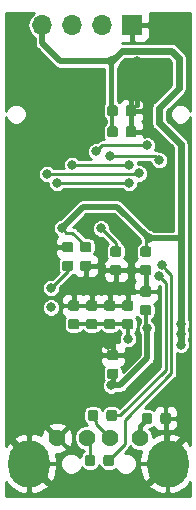
<source format=gbr>
G04 #@! TF.GenerationSoftware,KiCad,Pcbnew,(5.0.2)-1*
G04 #@! TF.CreationDate,2022-05-07T19:17:55+02:00*
G04 #@! TF.ProjectId,Pendrive_v1,50656e64-7269-4766-955f-76312e6b6963,rev?*
G04 #@! TF.SameCoordinates,Original*
G04 #@! TF.FileFunction,Copper,L2,Bot*
G04 #@! TF.FilePolarity,Positive*
%FSLAX46Y46*%
G04 Gerber Fmt 4.6, Leading zero omitted, Abs format (unit mm)*
G04 Created by KiCad (PCBNEW (5.0.2)-1) date 07.05.2022 19:17:55*
%MOMM*%
%LPD*%
G01*
G04 APERTURE LIST*
G04 #@! TA.AperFunction,Conductor*
%ADD10C,0.100000*%
G04 #@! TD*
G04 #@! TA.AperFunction,SMDPad,CuDef*
%ADD11C,0.875000*%
G04 #@! TD*
G04 #@! TA.AperFunction,ComponentPad*
%ADD12O,1.700000X1.700000*%
G04 #@! TD*
G04 #@! TA.AperFunction,ComponentPad*
%ADD13R,1.700000X1.700000*%
G04 #@! TD*
G04 #@! TA.AperFunction,ComponentPad*
%ADD14C,1.431000*%
G04 #@! TD*
G04 #@! TA.AperFunction,ComponentPad*
%ADD15O,3.500000X4.000000*%
G04 #@! TD*
G04 #@! TA.AperFunction,ViaPad*
%ADD16C,0.800000*%
G04 #@! TD*
G04 #@! TA.AperFunction,ViaPad*
%ADD17C,1.200000*%
G04 #@! TD*
G04 #@! TA.AperFunction,Conductor*
%ADD18C,0.250000*%
G04 #@! TD*
G04 #@! TA.AperFunction,Conductor*
%ADD19C,0.350000*%
G04 #@! TD*
G04 #@! TA.AperFunction,Conductor*
%ADD20C,0.400000*%
G04 #@! TD*
G04 #@! TA.AperFunction,Conductor*
%ADD21C,0.600000*%
G04 #@! TD*
G04 #@! TA.AperFunction,Conductor*
%ADD22C,0.500000*%
G04 #@! TD*
G04 #@! TA.AperFunction,Conductor*
%ADD23C,0.300000*%
G04 #@! TD*
G04 #@! TA.AperFunction,Conductor*
%ADD24C,0.254000*%
G04 #@! TD*
G04 APERTURE END LIST*
D10*
G04 #@! TO.N,Net-(J2-Pad3)*
G04 #@! TO.C,R5*
G36*
X107783691Y-137829053D02*
X107804926Y-137832203D01*
X107825750Y-137837419D01*
X107845962Y-137844651D01*
X107865368Y-137853830D01*
X107883781Y-137864866D01*
X107901024Y-137877654D01*
X107916930Y-137892070D01*
X107931346Y-137907976D01*
X107944134Y-137925219D01*
X107955170Y-137943632D01*
X107964349Y-137963038D01*
X107971581Y-137983250D01*
X107976797Y-138004074D01*
X107979947Y-138025309D01*
X107981000Y-138046750D01*
X107981000Y-138559250D01*
X107979947Y-138580691D01*
X107976797Y-138601926D01*
X107971581Y-138622750D01*
X107964349Y-138642962D01*
X107955170Y-138662368D01*
X107944134Y-138680781D01*
X107931346Y-138698024D01*
X107916930Y-138713930D01*
X107901024Y-138728346D01*
X107883781Y-138741134D01*
X107865368Y-138752170D01*
X107845962Y-138761349D01*
X107825750Y-138768581D01*
X107804926Y-138773797D01*
X107783691Y-138776947D01*
X107762250Y-138778000D01*
X107324750Y-138778000D01*
X107303309Y-138776947D01*
X107282074Y-138773797D01*
X107261250Y-138768581D01*
X107241038Y-138761349D01*
X107221632Y-138752170D01*
X107203219Y-138741134D01*
X107185976Y-138728346D01*
X107170070Y-138713930D01*
X107155654Y-138698024D01*
X107142866Y-138680781D01*
X107131830Y-138662368D01*
X107122651Y-138642962D01*
X107115419Y-138622750D01*
X107110203Y-138601926D01*
X107107053Y-138580691D01*
X107106000Y-138559250D01*
X107106000Y-138046750D01*
X107107053Y-138025309D01*
X107110203Y-138004074D01*
X107115419Y-137983250D01*
X107122651Y-137963038D01*
X107131830Y-137943632D01*
X107142866Y-137925219D01*
X107155654Y-137907976D01*
X107170070Y-137892070D01*
X107185976Y-137877654D01*
X107203219Y-137864866D01*
X107221632Y-137853830D01*
X107241038Y-137844651D01*
X107261250Y-137837419D01*
X107282074Y-137832203D01*
X107303309Y-137829053D01*
X107324750Y-137828000D01*
X107762250Y-137828000D01*
X107783691Y-137829053D01*
X107783691Y-137829053D01*
G37*
D11*
G04 #@! TD*
G04 #@! TO.P,R5,2*
G04 #@! TO.N,Net-(J2-Pad3)*
X107543500Y-138303000D03*
D10*
G04 #@! TO.N,/D+*
G04 #@! TO.C,R5*
G36*
X109358691Y-137829053D02*
X109379926Y-137832203D01*
X109400750Y-137837419D01*
X109420962Y-137844651D01*
X109440368Y-137853830D01*
X109458781Y-137864866D01*
X109476024Y-137877654D01*
X109491930Y-137892070D01*
X109506346Y-137907976D01*
X109519134Y-137925219D01*
X109530170Y-137943632D01*
X109539349Y-137963038D01*
X109546581Y-137983250D01*
X109551797Y-138004074D01*
X109554947Y-138025309D01*
X109556000Y-138046750D01*
X109556000Y-138559250D01*
X109554947Y-138580691D01*
X109551797Y-138601926D01*
X109546581Y-138622750D01*
X109539349Y-138642962D01*
X109530170Y-138662368D01*
X109519134Y-138680781D01*
X109506346Y-138698024D01*
X109491930Y-138713930D01*
X109476024Y-138728346D01*
X109458781Y-138741134D01*
X109440368Y-138752170D01*
X109420962Y-138761349D01*
X109400750Y-138768581D01*
X109379926Y-138773797D01*
X109358691Y-138776947D01*
X109337250Y-138778000D01*
X108899750Y-138778000D01*
X108878309Y-138776947D01*
X108857074Y-138773797D01*
X108836250Y-138768581D01*
X108816038Y-138761349D01*
X108796632Y-138752170D01*
X108778219Y-138741134D01*
X108760976Y-138728346D01*
X108745070Y-138713930D01*
X108730654Y-138698024D01*
X108717866Y-138680781D01*
X108706830Y-138662368D01*
X108697651Y-138642962D01*
X108690419Y-138622750D01*
X108685203Y-138601926D01*
X108682053Y-138580691D01*
X108681000Y-138559250D01*
X108681000Y-138046750D01*
X108682053Y-138025309D01*
X108685203Y-138004074D01*
X108690419Y-137983250D01*
X108697651Y-137963038D01*
X108706830Y-137943632D01*
X108717866Y-137925219D01*
X108730654Y-137907976D01*
X108745070Y-137892070D01*
X108760976Y-137877654D01*
X108778219Y-137864866D01*
X108796632Y-137853830D01*
X108816038Y-137844651D01*
X108836250Y-137837419D01*
X108857074Y-137832203D01*
X108878309Y-137829053D01*
X108899750Y-137828000D01*
X109337250Y-137828000D01*
X109358691Y-137829053D01*
X109358691Y-137829053D01*
G37*
D11*
G04 #@! TD*
G04 #@! TO.P,R5,1*
G04 #@! TO.N,/D+*
X109118500Y-138303000D03*
D10*
G04 #@! TO.N,/D-*
G04 #@! TO.C,R6*
G36*
X109612691Y-134019053D02*
X109633926Y-134022203D01*
X109654750Y-134027419D01*
X109674962Y-134034651D01*
X109694368Y-134043830D01*
X109712781Y-134054866D01*
X109730024Y-134067654D01*
X109745930Y-134082070D01*
X109760346Y-134097976D01*
X109773134Y-134115219D01*
X109784170Y-134133632D01*
X109793349Y-134153038D01*
X109800581Y-134173250D01*
X109805797Y-134194074D01*
X109808947Y-134215309D01*
X109810000Y-134236750D01*
X109810000Y-134749250D01*
X109808947Y-134770691D01*
X109805797Y-134791926D01*
X109800581Y-134812750D01*
X109793349Y-134832962D01*
X109784170Y-134852368D01*
X109773134Y-134870781D01*
X109760346Y-134888024D01*
X109745930Y-134903930D01*
X109730024Y-134918346D01*
X109712781Y-134931134D01*
X109694368Y-134942170D01*
X109674962Y-134951349D01*
X109654750Y-134958581D01*
X109633926Y-134963797D01*
X109612691Y-134966947D01*
X109591250Y-134968000D01*
X109153750Y-134968000D01*
X109132309Y-134966947D01*
X109111074Y-134963797D01*
X109090250Y-134958581D01*
X109070038Y-134951349D01*
X109050632Y-134942170D01*
X109032219Y-134931134D01*
X109014976Y-134918346D01*
X108999070Y-134903930D01*
X108984654Y-134888024D01*
X108971866Y-134870781D01*
X108960830Y-134852368D01*
X108951651Y-134832962D01*
X108944419Y-134812750D01*
X108939203Y-134791926D01*
X108936053Y-134770691D01*
X108935000Y-134749250D01*
X108935000Y-134236750D01*
X108936053Y-134215309D01*
X108939203Y-134194074D01*
X108944419Y-134173250D01*
X108951651Y-134153038D01*
X108960830Y-134133632D01*
X108971866Y-134115219D01*
X108984654Y-134097976D01*
X108999070Y-134082070D01*
X109014976Y-134067654D01*
X109032219Y-134054866D01*
X109050632Y-134043830D01*
X109070038Y-134034651D01*
X109090250Y-134027419D01*
X109111074Y-134022203D01*
X109132309Y-134019053D01*
X109153750Y-134018000D01*
X109591250Y-134018000D01*
X109612691Y-134019053D01*
X109612691Y-134019053D01*
G37*
D11*
G04 #@! TD*
G04 #@! TO.P,R6,1*
G04 #@! TO.N,/D-*
X109372500Y-134493000D03*
D10*
G04 #@! TO.N,Net-(J2-Pad2)*
G04 #@! TO.C,R6*
G36*
X108037691Y-134019053D02*
X108058926Y-134022203D01*
X108079750Y-134027419D01*
X108099962Y-134034651D01*
X108119368Y-134043830D01*
X108137781Y-134054866D01*
X108155024Y-134067654D01*
X108170930Y-134082070D01*
X108185346Y-134097976D01*
X108198134Y-134115219D01*
X108209170Y-134133632D01*
X108218349Y-134153038D01*
X108225581Y-134173250D01*
X108230797Y-134194074D01*
X108233947Y-134215309D01*
X108235000Y-134236750D01*
X108235000Y-134749250D01*
X108233947Y-134770691D01*
X108230797Y-134791926D01*
X108225581Y-134812750D01*
X108218349Y-134832962D01*
X108209170Y-134852368D01*
X108198134Y-134870781D01*
X108185346Y-134888024D01*
X108170930Y-134903930D01*
X108155024Y-134918346D01*
X108137781Y-134931134D01*
X108119368Y-134942170D01*
X108099962Y-134951349D01*
X108079750Y-134958581D01*
X108058926Y-134963797D01*
X108037691Y-134966947D01*
X108016250Y-134968000D01*
X107578750Y-134968000D01*
X107557309Y-134966947D01*
X107536074Y-134963797D01*
X107515250Y-134958581D01*
X107495038Y-134951349D01*
X107475632Y-134942170D01*
X107457219Y-134931134D01*
X107439976Y-134918346D01*
X107424070Y-134903930D01*
X107409654Y-134888024D01*
X107396866Y-134870781D01*
X107385830Y-134852368D01*
X107376651Y-134832962D01*
X107369419Y-134812750D01*
X107364203Y-134791926D01*
X107361053Y-134770691D01*
X107360000Y-134749250D01*
X107360000Y-134236750D01*
X107361053Y-134215309D01*
X107364203Y-134194074D01*
X107369419Y-134173250D01*
X107376651Y-134153038D01*
X107385830Y-134133632D01*
X107396866Y-134115219D01*
X107409654Y-134097976D01*
X107424070Y-134082070D01*
X107439976Y-134067654D01*
X107457219Y-134054866D01*
X107475632Y-134043830D01*
X107495038Y-134034651D01*
X107515250Y-134027419D01*
X107536074Y-134022203D01*
X107557309Y-134019053D01*
X107578750Y-134018000D01*
X108016250Y-134018000D01*
X108037691Y-134019053D01*
X108037691Y-134019053D01*
G37*
D11*
G04 #@! TD*
G04 #@! TO.P,R6,2*
G04 #@! TO.N,Net-(J2-Pad2)*
X107797500Y-134493000D03*
D12*
G04 #@! TO.P,J3,4*
G04 #@! TO.N,+3V3*
X103505000Y-101446000D03*
G04 #@! TO.P,J3,3*
G04 #@! TO.N,/DEB-IO*
X106045000Y-101446000D03*
G04 #@! TO.P,J3,2*
G04 #@! TO.N,/DEB-CLK*
X108585000Y-101446000D03*
D13*
G04 #@! TO.P,J3,1*
G04 #@! TO.N,GND*
X111125000Y-101446000D03*
G04 #@! TD*
D14*
G04 #@! TO.P,J2,1*
G04 #@! TO.N,+5V*
X111760000Y-136379000D03*
G04 #@! TO.P,J2,2*
G04 #@! TO.N,Net-(J2-Pad2)*
X109260000Y-136379000D03*
G04 #@! TO.P,J2,3*
G04 #@! TO.N,Net-(J2-Pad3)*
X107260000Y-136379000D03*
G04 #@! TO.P,J2,4*
G04 #@! TO.N,GND*
X104760000Y-136379000D03*
D15*
G04 #@! TO.P,J2,MH1*
X102410000Y-138579000D03*
G04 #@! TO.P,J2,MH2*
X114110000Y-138579000D03*
G04 #@! TD*
D10*
G04 #@! TO.N,Net-(C12-Pad1)*
G04 #@! TO.C,C12*
G36*
X107973691Y-126335053D02*
X107994926Y-126338203D01*
X108015750Y-126343419D01*
X108035962Y-126350651D01*
X108055368Y-126359830D01*
X108073781Y-126370866D01*
X108091024Y-126383654D01*
X108106930Y-126398070D01*
X108121346Y-126413976D01*
X108134134Y-126431219D01*
X108145170Y-126449632D01*
X108154349Y-126469038D01*
X108161581Y-126489250D01*
X108166797Y-126510074D01*
X108169947Y-126531309D01*
X108171000Y-126552750D01*
X108171000Y-126990250D01*
X108169947Y-127011691D01*
X108166797Y-127032926D01*
X108161581Y-127053750D01*
X108154349Y-127073962D01*
X108145170Y-127093368D01*
X108134134Y-127111781D01*
X108121346Y-127129024D01*
X108106930Y-127144930D01*
X108091024Y-127159346D01*
X108073781Y-127172134D01*
X108055368Y-127183170D01*
X108035962Y-127192349D01*
X108015750Y-127199581D01*
X107994926Y-127204797D01*
X107973691Y-127207947D01*
X107952250Y-127209000D01*
X107439750Y-127209000D01*
X107418309Y-127207947D01*
X107397074Y-127204797D01*
X107376250Y-127199581D01*
X107356038Y-127192349D01*
X107336632Y-127183170D01*
X107318219Y-127172134D01*
X107300976Y-127159346D01*
X107285070Y-127144930D01*
X107270654Y-127129024D01*
X107257866Y-127111781D01*
X107246830Y-127093368D01*
X107237651Y-127073962D01*
X107230419Y-127053750D01*
X107225203Y-127032926D01*
X107222053Y-127011691D01*
X107221000Y-126990250D01*
X107221000Y-126552750D01*
X107222053Y-126531309D01*
X107225203Y-126510074D01*
X107230419Y-126489250D01*
X107237651Y-126469038D01*
X107246830Y-126449632D01*
X107257866Y-126431219D01*
X107270654Y-126413976D01*
X107285070Y-126398070D01*
X107300976Y-126383654D01*
X107318219Y-126370866D01*
X107336632Y-126359830D01*
X107356038Y-126350651D01*
X107376250Y-126343419D01*
X107397074Y-126338203D01*
X107418309Y-126335053D01*
X107439750Y-126334000D01*
X107952250Y-126334000D01*
X107973691Y-126335053D01*
X107973691Y-126335053D01*
G37*
D11*
G04 #@! TD*
G04 #@! TO.P,C12,1*
G04 #@! TO.N,Net-(C12-Pad1)*
X107696000Y-126771500D03*
D10*
G04 #@! TO.N,GND*
G04 #@! TO.C,C12*
G36*
X107973691Y-124760053D02*
X107994926Y-124763203D01*
X108015750Y-124768419D01*
X108035962Y-124775651D01*
X108055368Y-124784830D01*
X108073781Y-124795866D01*
X108091024Y-124808654D01*
X108106930Y-124823070D01*
X108121346Y-124838976D01*
X108134134Y-124856219D01*
X108145170Y-124874632D01*
X108154349Y-124894038D01*
X108161581Y-124914250D01*
X108166797Y-124935074D01*
X108169947Y-124956309D01*
X108171000Y-124977750D01*
X108171000Y-125415250D01*
X108169947Y-125436691D01*
X108166797Y-125457926D01*
X108161581Y-125478750D01*
X108154349Y-125498962D01*
X108145170Y-125518368D01*
X108134134Y-125536781D01*
X108121346Y-125554024D01*
X108106930Y-125569930D01*
X108091024Y-125584346D01*
X108073781Y-125597134D01*
X108055368Y-125608170D01*
X108035962Y-125617349D01*
X108015750Y-125624581D01*
X107994926Y-125629797D01*
X107973691Y-125632947D01*
X107952250Y-125634000D01*
X107439750Y-125634000D01*
X107418309Y-125632947D01*
X107397074Y-125629797D01*
X107376250Y-125624581D01*
X107356038Y-125617349D01*
X107336632Y-125608170D01*
X107318219Y-125597134D01*
X107300976Y-125584346D01*
X107285070Y-125569930D01*
X107270654Y-125554024D01*
X107257866Y-125536781D01*
X107246830Y-125518368D01*
X107237651Y-125498962D01*
X107230419Y-125478750D01*
X107225203Y-125457926D01*
X107222053Y-125436691D01*
X107221000Y-125415250D01*
X107221000Y-124977750D01*
X107222053Y-124956309D01*
X107225203Y-124935074D01*
X107230419Y-124914250D01*
X107237651Y-124894038D01*
X107246830Y-124874632D01*
X107257866Y-124856219D01*
X107270654Y-124838976D01*
X107285070Y-124823070D01*
X107300976Y-124808654D01*
X107318219Y-124795866D01*
X107336632Y-124784830D01*
X107356038Y-124775651D01*
X107376250Y-124768419D01*
X107397074Y-124763203D01*
X107418309Y-124760053D01*
X107439750Y-124759000D01*
X107952250Y-124759000D01*
X107973691Y-124760053D01*
X107973691Y-124760053D01*
G37*
D11*
G04 #@! TD*
G04 #@! TO.P,C12,2*
G04 #@! TO.N,GND*
X107696000Y-125196500D03*
D10*
G04 #@! TO.N,GND*
G04 #@! TO.C,C13*
G36*
X106449691Y-124760053D02*
X106470926Y-124763203D01*
X106491750Y-124768419D01*
X106511962Y-124775651D01*
X106531368Y-124784830D01*
X106549781Y-124795866D01*
X106567024Y-124808654D01*
X106582930Y-124823070D01*
X106597346Y-124838976D01*
X106610134Y-124856219D01*
X106621170Y-124874632D01*
X106630349Y-124894038D01*
X106637581Y-124914250D01*
X106642797Y-124935074D01*
X106645947Y-124956309D01*
X106647000Y-124977750D01*
X106647000Y-125415250D01*
X106645947Y-125436691D01*
X106642797Y-125457926D01*
X106637581Y-125478750D01*
X106630349Y-125498962D01*
X106621170Y-125518368D01*
X106610134Y-125536781D01*
X106597346Y-125554024D01*
X106582930Y-125569930D01*
X106567024Y-125584346D01*
X106549781Y-125597134D01*
X106531368Y-125608170D01*
X106511962Y-125617349D01*
X106491750Y-125624581D01*
X106470926Y-125629797D01*
X106449691Y-125632947D01*
X106428250Y-125634000D01*
X105915750Y-125634000D01*
X105894309Y-125632947D01*
X105873074Y-125629797D01*
X105852250Y-125624581D01*
X105832038Y-125617349D01*
X105812632Y-125608170D01*
X105794219Y-125597134D01*
X105776976Y-125584346D01*
X105761070Y-125569930D01*
X105746654Y-125554024D01*
X105733866Y-125536781D01*
X105722830Y-125518368D01*
X105713651Y-125498962D01*
X105706419Y-125478750D01*
X105701203Y-125457926D01*
X105698053Y-125436691D01*
X105697000Y-125415250D01*
X105697000Y-124977750D01*
X105698053Y-124956309D01*
X105701203Y-124935074D01*
X105706419Y-124914250D01*
X105713651Y-124894038D01*
X105722830Y-124874632D01*
X105733866Y-124856219D01*
X105746654Y-124838976D01*
X105761070Y-124823070D01*
X105776976Y-124808654D01*
X105794219Y-124795866D01*
X105812632Y-124784830D01*
X105832038Y-124775651D01*
X105852250Y-124768419D01*
X105873074Y-124763203D01*
X105894309Y-124760053D01*
X105915750Y-124759000D01*
X106428250Y-124759000D01*
X106449691Y-124760053D01*
X106449691Y-124760053D01*
G37*
D11*
G04 #@! TD*
G04 #@! TO.P,C13,2*
G04 #@! TO.N,GND*
X106172000Y-125196500D03*
D10*
G04 #@! TO.N,Net-(C12-Pad1)*
G04 #@! TO.C,C13*
G36*
X106449691Y-126335053D02*
X106470926Y-126338203D01*
X106491750Y-126343419D01*
X106511962Y-126350651D01*
X106531368Y-126359830D01*
X106549781Y-126370866D01*
X106567024Y-126383654D01*
X106582930Y-126398070D01*
X106597346Y-126413976D01*
X106610134Y-126431219D01*
X106621170Y-126449632D01*
X106630349Y-126469038D01*
X106637581Y-126489250D01*
X106642797Y-126510074D01*
X106645947Y-126531309D01*
X106647000Y-126552750D01*
X106647000Y-126990250D01*
X106645947Y-127011691D01*
X106642797Y-127032926D01*
X106637581Y-127053750D01*
X106630349Y-127073962D01*
X106621170Y-127093368D01*
X106610134Y-127111781D01*
X106597346Y-127129024D01*
X106582930Y-127144930D01*
X106567024Y-127159346D01*
X106549781Y-127172134D01*
X106531368Y-127183170D01*
X106511962Y-127192349D01*
X106491750Y-127199581D01*
X106470926Y-127204797D01*
X106449691Y-127207947D01*
X106428250Y-127209000D01*
X105915750Y-127209000D01*
X105894309Y-127207947D01*
X105873074Y-127204797D01*
X105852250Y-127199581D01*
X105832038Y-127192349D01*
X105812632Y-127183170D01*
X105794219Y-127172134D01*
X105776976Y-127159346D01*
X105761070Y-127144930D01*
X105746654Y-127129024D01*
X105733866Y-127111781D01*
X105722830Y-127093368D01*
X105713651Y-127073962D01*
X105706419Y-127053750D01*
X105701203Y-127032926D01*
X105698053Y-127011691D01*
X105697000Y-126990250D01*
X105697000Y-126552750D01*
X105698053Y-126531309D01*
X105701203Y-126510074D01*
X105706419Y-126489250D01*
X105713651Y-126469038D01*
X105722830Y-126449632D01*
X105733866Y-126431219D01*
X105746654Y-126413976D01*
X105761070Y-126398070D01*
X105776976Y-126383654D01*
X105794219Y-126370866D01*
X105812632Y-126359830D01*
X105832038Y-126350651D01*
X105852250Y-126343419D01*
X105873074Y-126338203D01*
X105894309Y-126335053D01*
X105915750Y-126334000D01*
X106428250Y-126334000D01*
X106449691Y-126335053D01*
X106449691Y-126335053D01*
G37*
D11*
G04 #@! TD*
G04 #@! TO.P,C13,1*
G04 #@! TO.N,Net-(C12-Pad1)*
X106172000Y-126771500D03*
D10*
G04 #@! TO.N,Net-(C12-Pad1)*
G04 #@! TO.C,C14*
G36*
X109497691Y-126335053D02*
X109518926Y-126338203D01*
X109539750Y-126343419D01*
X109559962Y-126350651D01*
X109579368Y-126359830D01*
X109597781Y-126370866D01*
X109615024Y-126383654D01*
X109630930Y-126398070D01*
X109645346Y-126413976D01*
X109658134Y-126431219D01*
X109669170Y-126449632D01*
X109678349Y-126469038D01*
X109685581Y-126489250D01*
X109690797Y-126510074D01*
X109693947Y-126531309D01*
X109695000Y-126552750D01*
X109695000Y-126990250D01*
X109693947Y-127011691D01*
X109690797Y-127032926D01*
X109685581Y-127053750D01*
X109678349Y-127073962D01*
X109669170Y-127093368D01*
X109658134Y-127111781D01*
X109645346Y-127129024D01*
X109630930Y-127144930D01*
X109615024Y-127159346D01*
X109597781Y-127172134D01*
X109579368Y-127183170D01*
X109559962Y-127192349D01*
X109539750Y-127199581D01*
X109518926Y-127204797D01*
X109497691Y-127207947D01*
X109476250Y-127209000D01*
X108963750Y-127209000D01*
X108942309Y-127207947D01*
X108921074Y-127204797D01*
X108900250Y-127199581D01*
X108880038Y-127192349D01*
X108860632Y-127183170D01*
X108842219Y-127172134D01*
X108824976Y-127159346D01*
X108809070Y-127144930D01*
X108794654Y-127129024D01*
X108781866Y-127111781D01*
X108770830Y-127093368D01*
X108761651Y-127073962D01*
X108754419Y-127053750D01*
X108749203Y-127032926D01*
X108746053Y-127011691D01*
X108745000Y-126990250D01*
X108745000Y-126552750D01*
X108746053Y-126531309D01*
X108749203Y-126510074D01*
X108754419Y-126489250D01*
X108761651Y-126469038D01*
X108770830Y-126449632D01*
X108781866Y-126431219D01*
X108794654Y-126413976D01*
X108809070Y-126398070D01*
X108824976Y-126383654D01*
X108842219Y-126370866D01*
X108860632Y-126359830D01*
X108880038Y-126350651D01*
X108900250Y-126343419D01*
X108921074Y-126338203D01*
X108942309Y-126335053D01*
X108963750Y-126334000D01*
X109476250Y-126334000D01*
X109497691Y-126335053D01*
X109497691Y-126335053D01*
G37*
D11*
G04 #@! TD*
G04 #@! TO.P,C14,1*
G04 #@! TO.N,Net-(C12-Pad1)*
X109220000Y-126771500D03*
D10*
G04 #@! TO.N,GND*
G04 #@! TO.C,C14*
G36*
X109497691Y-124760053D02*
X109518926Y-124763203D01*
X109539750Y-124768419D01*
X109559962Y-124775651D01*
X109579368Y-124784830D01*
X109597781Y-124795866D01*
X109615024Y-124808654D01*
X109630930Y-124823070D01*
X109645346Y-124838976D01*
X109658134Y-124856219D01*
X109669170Y-124874632D01*
X109678349Y-124894038D01*
X109685581Y-124914250D01*
X109690797Y-124935074D01*
X109693947Y-124956309D01*
X109695000Y-124977750D01*
X109695000Y-125415250D01*
X109693947Y-125436691D01*
X109690797Y-125457926D01*
X109685581Y-125478750D01*
X109678349Y-125498962D01*
X109669170Y-125518368D01*
X109658134Y-125536781D01*
X109645346Y-125554024D01*
X109630930Y-125569930D01*
X109615024Y-125584346D01*
X109597781Y-125597134D01*
X109579368Y-125608170D01*
X109559962Y-125617349D01*
X109539750Y-125624581D01*
X109518926Y-125629797D01*
X109497691Y-125632947D01*
X109476250Y-125634000D01*
X108963750Y-125634000D01*
X108942309Y-125632947D01*
X108921074Y-125629797D01*
X108900250Y-125624581D01*
X108880038Y-125617349D01*
X108860632Y-125608170D01*
X108842219Y-125597134D01*
X108824976Y-125584346D01*
X108809070Y-125569930D01*
X108794654Y-125554024D01*
X108781866Y-125536781D01*
X108770830Y-125518368D01*
X108761651Y-125498962D01*
X108754419Y-125478750D01*
X108749203Y-125457926D01*
X108746053Y-125436691D01*
X108745000Y-125415250D01*
X108745000Y-124977750D01*
X108746053Y-124956309D01*
X108749203Y-124935074D01*
X108754419Y-124914250D01*
X108761651Y-124894038D01*
X108770830Y-124874632D01*
X108781866Y-124856219D01*
X108794654Y-124838976D01*
X108809070Y-124823070D01*
X108824976Y-124808654D01*
X108842219Y-124795866D01*
X108860632Y-124784830D01*
X108880038Y-124775651D01*
X108900250Y-124768419D01*
X108921074Y-124763203D01*
X108942309Y-124760053D01*
X108963750Y-124759000D01*
X109476250Y-124759000D01*
X109497691Y-124760053D01*
X109497691Y-124760053D01*
G37*
D11*
G04 #@! TD*
G04 #@! TO.P,C14,2*
G04 #@! TO.N,GND*
X109220000Y-125196500D03*
D10*
G04 #@! TO.N,Net-(C12-Pad1)*
G04 #@! TO.C,C15*
G36*
X111021691Y-126335053D02*
X111042926Y-126338203D01*
X111063750Y-126343419D01*
X111083962Y-126350651D01*
X111103368Y-126359830D01*
X111121781Y-126370866D01*
X111139024Y-126383654D01*
X111154930Y-126398070D01*
X111169346Y-126413976D01*
X111182134Y-126431219D01*
X111193170Y-126449632D01*
X111202349Y-126469038D01*
X111209581Y-126489250D01*
X111214797Y-126510074D01*
X111217947Y-126531309D01*
X111219000Y-126552750D01*
X111219000Y-126990250D01*
X111217947Y-127011691D01*
X111214797Y-127032926D01*
X111209581Y-127053750D01*
X111202349Y-127073962D01*
X111193170Y-127093368D01*
X111182134Y-127111781D01*
X111169346Y-127129024D01*
X111154930Y-127144930D01*
X111139024Y-127159346D01*
X111121781Y-127172134D01*
X111103368Y-127183170D01*
X111083962Y-127192349D01*
X111063750Y-127199581D01*
X111042926Y-127204797D01*
X111021691Y-127207947D01*
X111000250Y-127209000D01*
X110487750Y-127209000D01*
X110466309Y-127207947D01*
X110445074Y-127204797D01*
X110424250Y-127199581D01*
X110404038Y-127192349D01*
X110384632Y-127183170D01*
X110366219Y-127172134D01*
X110348976Y-127159346D01*
X110333070Y-127144930D01*
X110318654Y-127129024D01*
X110305866Y-127111781D01*
X110294830Y-127093368D01*
X110285651Y-127073962D01*
X110278419Y-127053750D01*
X110273203Y-127032926D01*
X110270053Y-127011691D01*
X110269000Y-126990250D01*
X110269000Y-126552750D01*
X110270053Y-126531309D01*
X110273203Y-126510074D01*
X110278419Y-126489250D01*
X110285651Y-126469038D01*
X110294830Y-126449632D01*
X110305866Y-126431219D01*
X110318654Y-126413976D01*
X110333070Y-126398070D01*
X110348976Y-126383654D01*
X110366219Y-126370866D01*
X110384632Y-126359830D01*
X110404038Y-126350651D01*
X110424250Y-126343419D01*
X110445074Y-126338203D01*
X110466309Y-126335053D01*
X110487750Y-126334000D01*
X111000250Y-126334000D01*
X111021691Y-126335053D01*
X111021691Y-126335053D01*
G37*
D11*
G04 #@! TD*
G04 #@! TO.P,C15,1*
G04 #@! TO.N,Net-(C12-Pad1)*
X110744000Y-126771500D03*
D10*
G04 #@! TO.N,GND*
G04 #@! TO.C,C15*
G36*
X111021691Y-124760053D02*
X111042926Y-124763203D01*
X111063750Y-124768419D01*
X111083962Y-124775651D01*
X111103368Y-124784830D01*
X111121781Y-124795866D01*
X111139024Y-124808654D01*
X111154930Y-124823070D01*
X111169346Y-124838976D01*
X111182134Y-124856219D01*
X111193170Y-124874632D01*
X111202349Y-124894038D01*
X111209581Y-124914250D01*
X111214797Y-124935074D01*
X111217947Y-124956309D01*
X111219000Y-124977750D01*
X111219000Y-125415250D01*
X111217947Y-125436691D01*
X111214797Y-125457926D01*
X111209581Y-125478750D01*
X111202349Y-125498962D01*
X111193170Y-125518368D01*
X111182134Y-125536781D01*
X111169346Y-125554024D01*
X111154930Y-125569930D01*
X111139024Y-125584346D01*
X111121781Y-125597134D01*
X111103368Y-125608170D01*
X111083962Y-125617349D01*
X111063750Y-125624581D01*
X111042926Y-125629797D01*
X111021691Y-125632947D01*
X111000250Y-125634000D01*
X110487750Y-125634000D01*
X110466309Y-125632947D01*
X110445074Y-125629797D01*
X110424250Y-125624581D01*
X110404038Y-125617349D01*
X110384632Y-125608170D01*
X110366219Y-125597134D01*
X110348976Y-125584346D01*
X110333070Y-125569930D01*
X110318654Y-125554024D01*
X110305866Y-125536781D01*
X110294830Y-125518368D01*
X110285651Y-125498962D01*
X110278419Y-125478750D01*
X110273203Y-125457926D01*
X110270053Y-125436691D01*
X110269000Y-125415250D01*
X110269000Y-124977750D01*
X110270053Y-124956309D01*
X110273203Y-124935074D01*
X110278419Y-124914250D01*
X110285651Y-124894038D01*
X110294830Y-124874632D01*
X110305866Y-124856219D01*
X110318654Y-124838976D01*
X110333070Y-124823070D01*
X110348976Y-124808654D01*
X110366219Y-124795866D01*
X110384632Y-124784830D01*
X110404038Y-124775651D01*
X110424250Y-124768419D01*
X110445074Y-124763203D01*
X110466309Y-124760053D01*
X110487750Y-124759000D01*
X111000250Y-124759000D01*
X111021691Y-124760053D01*
X111021691Y-124760053D01*
G37*
D11*
G04 #@! TD*
G04 #@! TO.P,C15,2*
G04 #@! TO.N,GND*
X110744000Y-125196500D03*
D10*
G04 #@! TO.N,GND*
G04 #@! TO.C,C11*
G36*
X111263691Y-110016053D02*
X111284926Y-110019203D01*
X111305750Y-110024419D01*
X111325962Y-110031651D01*
X111345368Y-110040830D01*
X111363781Y-110051866D01*
X111381024Y-110064654D01*
X111396930Y-110079070D01*
X111411346Y-110094976D01*
X111424134Y-110112219D01*
X111435170Y-110130632D01*
X111444349Y-110150038D01*
X111451581Y-110170250D01*
X111456797Y-110191074D01*
X111459947Y-110212309D01*
X111461000Y-110233750D01*
X111461000Y-110746250D01*
X111459947Y-110767691D01*
X111456797Y-110788926D01*
X111451581Y-110809750D01*
X111444349Y-110829962D01*
X111435170Y-110849368D01*
X111424134Y-110867781D01*
X111411346Y-110885024D01*
X111396930Y-110900930D01*
X111381024Y-110915346D01*
X111363781Y-110928134D01*
X111345368Y-110939170D01*
X111325962Y-110948349D01*
X111305750Y-110955581D01*
X111284926Y-110960797D01*
X111263691Y-110963947D01*
X111242250Y-110965000D01*
X110804750Y-110965000D01*
X110783309Y-110963947D01*
X110762074Y-110960797D01*
X110741250Y-110955581D01*
X110721038Y-110948349D01*
X110701632Y-110939170D01*
X110683219Y-110928134D01*
X110665976Y-110915346D01*
X110650070Y-110900930D01*
X110635654Y-110885024D01*
X110622866Y-110867781D01*
X110611830Y-110849368D01*
X110602651Y-110829962D01*
X110595419Y-110809750D01*
X110590203Y-110788926D01*
X110587053Y-110767691D01*
X110586000Y-110746250D01*
X110586000Y-110233750D01*
X110587053Y-110212309D01*
X110590203Y-110191074D01*
X110595419Y-110170250D01*
X110602651Y-110150038D01*
X110611830Y-110130632D01*
X110622866Y-110112219D01*
X110635654Y-110094976D01*
X110650070Y-110079070D01*
X110665976Y-110064654D01*
X110683219Y-110051866D01*
X110701632Y-110040830D01*
X110721038Y-110031651D01*
X110741250Y-110024419D01*
X110762074Y-110019203D01*
X110783309Y-110016053D01*
X110804750Y-110015000D01*
X111242250Y-110015000D01*
X111263691Y-110016053D01*
X111263691Y-110016053D01*
G37*
D11*
G04 #@! TD*
G04 #@! TO.P,C11,2*
G04 #@! TO.N,GND*
X111023500Y-110490000D03*
D10*
G04 #@! TO.N,+3V3*
G04 #@! TO.C,C11*
G36*
X109688691Y-110016053D02*
X109709926Y-110019203D01*
X109730750Y-110024419D01*
X109750962Y-110031651D01*
X109770368Y-110040830D01*
X109788781Y-110051866D01*
X109806024Y-110064654D01*
X109821930Y-110079070D01*
X109836346Y-110094976D01*
X109849134Y-110112219D01*
X109860170Y-110130632D01*
X109869349Y-110150038D01*
X109876581Y-110170250D01*
X109881797Y-110191074D01*
X109884947Y-110212309D01*
X109886000Y-110233750D01*
X109886000Y-110746250D01*
X109884947Y-110767691D01*
X109881797Y-110788926D01*
X109876581Y-110809750D01*
X109869349Y-110829962D01*
X109860170Y-110849368D01*
X109849134Y-110867781D01*
X109836346Y-110885024D01*
X109821930Y-110900930D01*
X109806024Y-110915346D01*
X109788781Y-110928134D01*
X109770368Y-110939170D01*
X109750962Y-110948349D01*
X109730750Y-110955581D01*
X109709926Y-110960797D01*
X109688691Y-110963947D01*
X109667250Y-110965000D01*
X109229750Y-110965000D01*
X109208309Y-110963947D01*
X109187074Y-110960797D01*
X109166250Y-110955581D01*
X109146038Y-110948349D01*
X109126632Y-110939170D01*
X109108219Y-110928134D01*
X109090976Y-110915346D01*
X109075070Y-110900930D01*
X109060654Y-110885024D01*
X109047866Y-110867781D01*
X109036830Y-110849368D01*
X109027651Y-110829962D01*
X109020419Y-110809750D01*
X109015203Y-110788926D01*
X109012053Y-110767691D01*
X109011000Y-110746250D01*
X109011000Y-110233750D01*
X109012053Y-110212309D01*
X109015203Y-110191074D01*
X109020419Y-110170250D01*
X109027651Y-110150038D01*
X109036830Y-110130632D01*
X109047866Y-110112219D01*
X109060654Y-110094976D01*
X109075070Y-110079070D01*
X109090976Y-110064654D01*
X109108219Y-110051866D01*
X109126632Y-110040830D01*
X109146038Y-110031651D01*
X109166250Y-110024419D01*
X109187074Y-110019203D01*
X109208309Y-110016053D01*
X109229750Y-110015000D01*
X109667250Y-110015000D01*
X109688691Y-110016053D01*
X109688691Y-110016053D01*
G37*
D11*
G04 #@! TD*
G04 #@! TO.P,C11,1*
G04 #@! TO.N,+3V3*
X109448500Y-110490000D03*
D10*
G04 #@! TO.N,+3V3*
G04 #@! TO.C,C10*
G36*
X109688691Y-108238053D02*
X109709926Y-108241203D01*
X109730750Y-108246419D01*
X109750962Y-108253651D01*
X109770368Y-108262830D01*
X109788781Y-108273866D01*
X109806024Y-108286654D01*
X109821930Y-108301070D01*
X109836346Y-108316976D01*
X109849134Y-108334219D01*
X109860170Y-108352632D01*
X109869349Y-108372038D01*
X109876581Y-108392250D01*
X109881797Y-108413074D01*
X109884947Y-108434309D01*
X109886000Y-108455750D01*
X109886000Y-108968250D01*
X109884947Y-108989691D01*
X109881797Y-109010926D01*
X109876581Y-109031750D01*
X109869349Y-109051962D01*
X109860170Y-109071368D01*
X109849134Y-109089781D01*
X109836346Y-109107024D01*
X109821930Y-109122930D01*
X109806024Y-109137346D01*
X109788781Y-109150134D01*
X109770368Y-109161170D01*
X109750962Y-109170349D01*
X109730750Y-109177581D01*
X109709926Y-109182797D01*
X109688691Y-109185947D01*
X109667250Y-109187000D01*
X109229750Y-109187000D01*
X109208309Y-109185947D01*
X109187074Y-109182797D01*
X109166250Y-109177581D01*
X109146038Y-109170349D01*
X109126632Y-109161170D01*
X109108219Y-109150134D01*
X109090976Y-109137346D01*
X109075070Y-109122930D01*
X109060654Y-109107024D01*
X109047866Y-109089781D01*
X109036830Y-109071368D01*
X109027651Y-109051962D01*
X109020419Y-109031750D01*
X109015203Y-109010926D01*
X109012053Y-108989691D01*
X109011000Y-108968250D01*
X109011000Y-108455750D01*
X109012053Y-108434309D01*
X109015203Y-108413074D01*
X109020419Y-108392250D01*
X109027651Y-108372038D01*
X109036830Y-108352632D01*
X109047866Y-108334219D01*
X109060654Y-108316976D01*
X109075070Y-108301070D01*
X109090976Y-108286654D01*
X109108219Y-108273866D01*
X109126632Y-108262830D01*
X109146038Y-108253651D01*
X109166250Y-108246419D01*
X109187074Y-108241203D01*
X109208309Y-108238053D01*
X109229750Y-108237000D01*
X109667250Y-108237000D01*
X109688691Y-108238053D01*
X109688691Y-108238053D01*
G37*
D11*
G04 #@! TD*
G04 #@! TO.P,C10,1*
G04 #@! TO.N,+3V3*
X109448500Y-108712000D03*
D10*
G04 #@! TO.N,GND*
G04 #@! TO.C,C10*
G36*
X111263691Y-108238053D02*
X111284926Y-108241203D01*
X111305750Y-108246419D01*
X111325962Y-108253651D01*
X111345368Y-108262830D01*
X111363781Y-108273866D01*
X111381024Y-108286654D01*
X111396930Y-108301070D01*
X111411346Y-108316976D01*
X111424134Y-108334219D01*
X111435170Y-108352632D01*
X111444349Y-108372038D01*
X111451581Y-108392250D01*
X111456797Y-108413074D01*
X111459947Y-108434309D01*
X111461000Y-108455750D01*
X111461000Y-108968250D01*
X111459947Y-108989691D01*
X111456797Y-109010926D01*
X111451581Y-109031750D01*
X111444349Y-109051962D01*
X111435170Y-109071368D01*
X111424134Y-109089781D01*
X111411346Y-109107024D01*
X111396930Y-109122930D01*
X111381024Y-109137346D01*
X111363781Y-109150134D01*
X111345368Y-109161170D01*
X111325962Y-109170349D01*
X111305750Y-109177581D01*
X111284926Y-109182797D01*
X111263691Y-109185947D01*
X111242250Y-109187000D01*
X110804750Y-109187000D01*
X110783309Y-109185947D01*
X110762074Y-109182797D01*
X110741250Y-109177581D01*
X110721038Y-109170349D01*
X110701632Y-109161170D01*
X110683219Y-109150134D01*
X110665976Y-109137346D01*
X110650070Y-109122930D01*
X110635654Y-109107024D01*
X110622866Y-109089781D01*
X110611830Y-109071368D01*
X110602651Y-109051962D01*
X110595419Y-109031750D01*
X110590203Y-109010926D01*
X110587053Y-108989691D01*
X110586000Y-108968250D01*
X110586000Y-108455750D01*
X110587053Y-108434309D01*
X110590203Y-108413074D01*
X110595419Y-108392250D01*
X110602651Y-108372038D01*
X110611830Y-108352632D01*
X110622866Y-108334219D01*
X110635654Y-108316976D01*
X110650070Y-108301070D01*
X110665976Y-108286654D01*
X110683219Y-108273866D01*
X110701632Y-108262830D01*
X110721038Y-108253651D01*
X110741250Y-108246419D01*
X110762074Y-108241203D01*
X110783309Y-108238053D01*
X110804750Y-108237000D01*
X111242250Y-108237000D01*
X111263691Y-108238053D01*
X111263691Y-108238053D01*
G37*
D11*
G04 #@! TD*
G04 #@! TO.P,C10,2*
G04 #@! TO.N,GND*
X111023500Y-108712000D03*
D10*
G04 #@! TO.N,Net-(C9-Pad1)*
G04 #@! TO.C,C9*
G36*
X105941691Y-121382053D02*
X105962926Y-121385203D01*
X105983750Y-121390419D01*
X106003962Y-121397651D01*
X106023368Y-121406830D01*
X106041781Y-121417866D01*
X106059024Y-121430654D01*
X106074930Y-121445070D01*
X106089346Y-121460976D01*
X106102134Y-121478219D01*
X106113170Y-121496632D01*
X106122349Y-121516038D01*
X106129581Y-121536250D01*
X106134797Y-121557074D01*
X106137947Y-121578309D01*
X106139000Y-121599750D01*
X106139000Y-122037250D01*
X106137947Y-122058691D01*
X106134797Y-122079926D01*
X106129581Y-122100750D01*
X106122349Y-122120962D01*
X106113170Y-122140368D01*
X106102134Y-122158781D01*
X106089346Y-122176024D01*
X106074930Y-122191930D01*
X106059024Y-122206346D01*
X106041781Y-122219134D01*
X106023368Y-122230170D01*
X106003962Y-122239349D01*
X105983750Y-122246581D01*
X105962926Y-122251797D01*
X105941691Y-122254947D01*
X105920250Y-122256000D01*
X105407750Y-122256000D01*
X105386309Y-122254947D01*
X105365074Y-122251797D01*
X105344250Y-122246581D01*
X105324038Y-122239349D01*
X105304632Y-122230170D01*
X105286219Y-122219134D01*
X105268976Y-122206346D01*
X105253070Y-122191930D01*
X105238654Y-122176024D01*
X105225866Y-122158781D01*
X105214830Y-122140368D01*
X105205651Y-122120962D01*
X105198419Y-122100750D01*
X105193203Y-122079926D01*
X105190053Y-122058691D01*
X105189000Y-122037250D01*
X105189000Y-121599750D01*
X105190053Y-121578309D01*
X105193203Y-121557074D01*
X105198419Y-121536250D01*
X105205651Y-121516038D01*
X105214830Y-121496632D01*
X105225866Y-121478219D01*
X105238654Y-121460976D01*
X105253070Y-121445070D01*
X105268976Y-121430654D01*
X105286219Y-121417866D01*
X105304632Y-121406830D01*
X105324038Y-121397651D01*
X105344250Y-121390419D01*
X105365074Y-121385203D01*
X105386309Y-121382053D01*
X105407750Y-121381000D01*
X105920250Y-121381000D01*
X105941691Y-121382053D01*
X105941691Y-121382053D01*
G37*
D11*
G04 #@! TD*
G04 #@! TO.P,C9,1*
G04 #@! TO.N,Net-(C9-Pad1)*
X105664000Y-121818500D03*
D10*
G04 #@! TO.N,GND*
G04 #@! TO.C,C9*
G36*
X105941691Y-119807053D02*
X105962926Y-119810203D01*
X105983750Y-119815419D01*
X106003962Y-119822651D01*
X106023368Y-119831830D01*
X106041781Y-119842866D01*
X106059024Y-119855654D01*
X106074930Y-119870070D01*
X106089346Y-119885976D01*
X106102134Y-119903219D01*
X106113170Y-119921632D01*
X106122349Y-119941038D01*
X106129581Y-119961250D01*
X106134797Y-119982074D01*
X106137947Y-120003309D01*
X106139000Y-120024750D01*
X106139000Y-120462250D01*
X106137947Y-120483691D01*
X106134797Y-120504926D01*
X106129581Y-120525750D01*
X106122349Y-120545962D01*
X106113170Y-120565368D01*
X106102134Y-120583781D01*
X106089346Y-120601024D01*
X106074930Y-120616930D01*
X106059024Y-120631346D01*
X106041781Y-120644134D01*
X106023368Y-120655170D01*
X106003962Y-120664349D01*
X105983750Y-120671581D01*
X105962926Y-120676797D01*
X105941691Y-120679947D01*
X105920250Y-120681000D01*
X105407750Y-120681000D01*
X105386309Y-120679947D01*
X105365074Y-120676797D01*
X105344250Y-120671581D01*
X105324038Y-120664349D01*
X105304632Y-120655170D01*
X105286219Y-120644134D01*
X105268976Y-120631346D01*
X105253070Y-120616930D01*
X105238654Y-120601024D01*
X105225866Y-120583781D01*
X105214830Y-120565368D01*
X105205651Y-120545962D01*
X105198419Y-120525750D01*
X105193203Y-120504926D01*
X105190053Y-120483691D01*
X105189000Y-120462250D01*
X105189000Y-120024750D01*
X105190053Y-120003309D01*
X105193203Y-119982074D01*
X105198419Y-119961250D01*
X105205651Y-119941038D01*
X105214830Y-119921632D01*
X105225866Y-119903219D01*
X105238654Y-119885976D01*
X105253070Y-119870070D01*
X105268976Y-119855654D01*
X105286219Y-119842866D01*
X105304632Y-119831830D01*
X105324038Y-119822651D01*
X105344250Y-119815419D01*
X105365074Y-119810203D01*
X105386309Y-119807053D01*
X105407750Y-119806000D01*
X105920250Y-119806000D01*
X105941691Y-119807053D01*
X105941691Y-119807053D01*
G37*
D11*
G04 #@! TD*
G04 #@! TO.P,C9,2*
G04 #@! TO.N,GND*
X105664000Y-120243500D03*
D10*
G04 #@! TO.N,GND*
G04 #@! TO.C,R4*
G36*
X110005691Y-121763053D02*
X110026926Y-121766203D01*
X110047750Y-121771419D01*
X110067962Y-121778651D01*
X110087368Y-121787830D01*
X110105781Y-121798866D01*
X110123024Y-121811654D01*
X110138930Y-121826070D01*
X110153346Y-121841976D01*
X110166134Y-121859219D01*
X110177170Y-121877632D01*
X110186349Y-121897038D01*
X110193581Y-121917250D01*
X110198797Y-121938074D01*
X110201947Y-121959309D01*
X110203000Y-121980750D01*
X110203000Y-122418250D01*
X110201947Y-122439691D01*
X110198797Y-122460926D01*
X110193581Y-122481750D01*
X110186349Y-122501962D01*
X110177170Y-122521368D01*
X110166134Y-122539781D01*
X110153346Y-122557024D01*
X110138930Y-122572930D01*
X110123024Y-122587346D01*
X110105781Y-122600134D01*
X110087368Y-122611170D01*
X110067962Y-122620349D01*
X110047750Y-122627581D01*
X110026926Y-122632797D01*
X110005691Y-122635947D01*
X109984250Y-122637000D01*
X109471750Y-122637000D01*
X109450309Y-122635947D01*
X109429074Y-122632797D01*
X109408250Y-122627581D01*
X109388038Y-122620349D01*
X109368632Y-122611170D01*
X109350219Y-122600134D01*
X109332976Y-122587346D01*
X109317070Y-122572930D01*
X109302654Y-122557024D01*
X109289866Y-122539781D01*
X109278830Y-122521368D01*
X109269651Y-122501962D01*
X109262419Y-122481750D01*
X109257203Y-122460926D01*
X109254053Y-122439691D01*
X109253000Y-122418250D01*
X109253000Y-121980750D01*
X109254053Y-121959309D01*
X109257203Y-121938074D01*
X109262419Y-121917250D01*
X109269651Y-121897038D01*
X109278830Y-121877632D01*
X109289866Y-121859219D01*
X109302654Y-121841976D01*
X109317070Y-121826070D01*
X109332976Y-121811654D01*
X109350219Y-121798866D01*
X109368632Y-121787830D01*
X109388038Y-121778651D01*
X109408250Y-121771419D01*
X109429074Y-121766203D01*
X109450309Y-121763053D01*
X109471750Y-121762000D01*
X109984250Y-121762000D01*
X110005691Y-121763053D01*
X110005691Y-121763053D01*
G37*
D11*
G04 #@! TD*
G04 #@! TO.P,R4,1*
G04 #@! TO.N,GND*
X109728000Y-122199500D03*
D10*
G04 #@! TO.N,Net-(IC1-Pad44)*
G04 #@! TO.C,R4*
G36*
X110005691Y-120188053D02*
X110026926Y-120191203D01*
X110047750Y-120196419D01*
X110067962Y-120203651D01*
X110087368Y-120212830D01*
X110105781Y-120223866D01*
X110123024Y-120236654D01*
X110138930Y-120251070D01*
X110153346Y-120266976D01*
X110166134Y-120284219D01*
X110177170Y-120302632D01*
X110186349Y-120322038D01*
X110193581Y-120342250D01*
X110198797Y-120363074D01*
X110201947Y-120384309D01*
X110203000Y-120405750D01*
X110203000Y-120843250D01*
X110201947Y-120864691D01*
X110198797Y-120885926D01*
X110193581Y-120906750D01*
X110186349Y-120926962D01*
X110177170Y-120946368D01*
X110166134Y-120964781D01*
X110153346Y-120982024D01*
X110138930Y-120997930D01*
X110123024Y-121012346D01*
X110105781Y-121025134D01*
X110087368Y-121036170D01*
X110067962Y-121045349D01*
X110047750Y-121052581D01*
X110026926Y-121057797D01*
X110005691Y-121060947D01*
X109984250Y-121062000D01*
X109471750Y-121062000D01*
X109450309Y-121060947D01*
X109429074Y-121057797D01*
X109408250Y-121052581D01*
X109388038Y-121045349D01*
X109368632Y-121036170D01*
X109350219Y-121025134D01*
X109332976Y-121012346D01*
X109317070Y-120997930D01*
X109302654Y-120982024D01*
X109289866Y-120964781D01*
X109278830Y-120946368D01*
X109269651Y-120926962D01*
X109262419Y-120906750D01*
X109257203Y-120885926D01*
X109254053Y-120864691D01*
X109253000Y-120843250D01*
X109253000Y-120405750D01*
X109254053Y-120384309D01*
X109257203Y-120363074D01*
X109262419Y-120342250D01*
X109269651Y-120322038D01*
X109278830Y-120302632D01*
X109289866Y-120284219D01*
X109302654Y-120266976D01*
X109317070Y-120251070D01*
X109332976Y-120236654D01*
X109350219Y-120223866D01*
X109368632Y-120212830D01*
X109388038Y-120203651D01*
X109408250Y-120196419D01*
X109429074Y-120191203D01*
X109450309Y-120188053D01*
X109471750Y-120187000D01*
X109984250Y-120187000D01*
X110005691Y-120188053D01*
X110005691Y-120188053D01*
G37*
D11*
G04 #@! TD*
G04 #@! TO.P,R4,2*
G04 #@! TO.N,Net-(IC1-Pad44)*
X109728000Y-120624500D03*
D10*
G04 #@! TO.N,GND*
G04 #@! TO.C,C8*
G36*
X109751691Y-128951053D02*
X109772926Y-128954203D01*
X109793750Y-128959419D01*
X109813962Y-128966651D01*
X109833368Y-128975830D01*
X109851781Y-128986866D01*
X109869024Y-128999654D01*
X109884930Y-129014070D01*
X109899346Y-129029976D01*
X109912134Y-129047219D01*
X109923170Y-129065632D01*
X109932349Y-129085038D01*
X109939581Y-129105250D01*
X109944797Y-129126074D01*
X109947947Y-129147309D01*
X109949000Y-129168750D01*
X109949000Y-129606250D01*
X109947947Y-129627691D01*
X109944797Y-129648926D01*
X109939581Y-129669750D01*
X109932349Y-129689962D01*
X109923170Y-129709368D01*
X109912134Y-129727781D01*
X109899346Y-129745024D01*
X109884930Y-129760930D01*
X109869024Y-129775346D01*
X109851781Y-129788134D01*
X109833368Y-129799170D01*
X109813962Y-129808349D01*
X109793750Y-129815581D01*
X109772926Y-129820797D01*
X109751691Y-129823947D01*
X109730250Y-129825000D01*
X109217750Y-129825000D01*
X109196309Y-129823947D01*
X109175074Y-129820797D01*
X109154250Y-129815581D01*
X109134038Y-129808349D01*
X109114632Y-129799170D01*
X109096219Y-129788134D01*
X109078976Y-129775346D01*
X109063070Y-129760930D01*
X109048654Y-129745024D01*
X109035866Y-129727781D01*
X109024830Y-129709368D01*
X109015651Y-129689962D01*
X109008419Y-129669750D01*
X109003203Y-129648926D01*
X109000053Y-129627691D01*
X108999000Y-129606250D01*
X108999000Y-129168750D01*
X109000053Y-129147309D01*
X109003203Y-129126074D01*
X109008419Y-129105250D01*
X109015651Y-129085038D01*
X109024830Y-129065632D01*
X109035866Y-129047219D01*
X109048654Y-129029976D01*
X109063070Y-129014070D01*
X109078976Y-128999654D01*
X109096219Y-128986866D01*
X109114632Y-128975830D01*
X109134038Y-128966651D01*
X109154250Y-128959419D01*
X109175074Y-128954203D01*
X109196309Y-128951053D01*
X109217750Y-128950000D01*
X109730250Y-128950000D01*
X109751691Y-128951053D01*
X109751691Y-128951053D01*
G37*
D11*
G04 #@! TD*
G04 #@! TO.P,C8,2*
G04 #@! TO.N,GND*
X109474000Y-129387500D03*
D10*
G04 #@! TO.N,+3V3*
G04 #@! TO.C,C8*
G36*
X109751691Y-130526053D02*
X109772926Y-130529203D01*
X109793750Y-130534419D01*
X109813962Y-130541651D01*
X109833368Y-130550830D01*
X109851781Y-130561866D01*
X109869024Y-130574654D01*
X109884930Y-130589070D01*
X109899346Y-130604976D01*
X109912134Y-130622219D01*
X109923170Y-130640632D01*
X109932349Y-130660038D01*
X109939581Y-130680250D01*
X109944797Y-130701074D01*
X109947947Y-130722309D01*
X109949000Y-130743750D01*
X109949000Y-131181250D01*
X109947947Y-131202691D01*
X109944797Y-131223926D01*
X109939581Y-131244750D01*
X109932349Y-131264962D01*
X109923170Y-131284368D01*
X109912134Y-131302781D01*
X109899346Y-131320024D01*
X109884930Y-131335930D01*
X109869024Y-131350346D01*
X109851781Y-131363134D01*
X109833368Y-131374170D01*
X109813962Y-131383349D01*
X109793750Y-131390581D01*
X109772926Y-131395797D01*
X109751691Y-131398947D01*
X109730250Y-131400000D01*
X109217750Y-131400000D01*
X109196309Y-131398947D01*
X109175074Y-131395797D01*
X109154250Y-131390581D01*
X109134038Y-131383349D01*
X109114632Y-131374170D01*
X109096219Y-131363134D01*
X109078976Y-131350346D01*
X109063070Y-131335930D01*
X109048654Y-131320024D01*
X109035866Y-131302781D01*
X109024830Y-131284368D01*
X109015651Y-131264962D01*
X109008419Y-131244750D01*
X109003203Y-131223926D01*
X109000053Y-131202691D01*
X108999000Y-131181250D01*
X108999000Y-130743750D01*
X109000053Y-130722309D01*
X109003203Y-130701074D01*
X109008419Y-130680250D01*
X109015651Y-130660038D01*
X109024830Y-130640632D01*
X109035866Y-130622219D01*
X109048654Y-130604976D01*
X109063070Y-130589070D01*
X109078976Y-130574654D01*
X109096219Y-130561866D01*
X109114632Y-130550830D01*
X109134038Y-130541651D01*
X109154250Y-130534419D01*
X109175074Y-130529203D01*
X109196309Y-130526053D01*
X109217750Y-130525000D01*
X109730250Y-130525000D01*
X109751691Y-130526053D01*
X109751691Y-130526053D01*
G37*
D11*
G04 #@! TD*
G04 #@! TO.P,C8,1*
G04 #@! TO.N,+3V3*
X109474000Y-130962500D03*
D10*
G04 #@! TO.N,+5V*
G04 #@! TO.C,C7*
G36*
X112609691Y-134273053D02*
X112630926Y-134276203D01*
X112651750Y-134281419D01*
X112671962Y-134288651D01*
X112691368Y-134297830D01*
X112709781Y-134308866D01*
X112727024Y-134321654D01*
X112742930Y-134336070D01*
X112757346Y-134351976D01*
X112770134Y-134369219D01*
X112781170Y-134387632D01*
X112790349Y-134407038D01*
X112797581Y-134427250D01*
X112802797Y-134448074D01*
X112805947Y-134469309D01*
X112807000Y-134490750D01*
X112807000Y-135003250D01*
X112805947Y-135024691D01*
X112802797Y-135045926D01*
X112797581Y-135066750D01*
X112790349Y-135086962D01*
X112781170Y-135106368D01*
X112770134Y-135124781D01*
X112757346Y-135142024D01*
X112742930Y-135157930D01*
X112727024Y-135172346D01*
X112709781Y-135185134D01*
X112691368Y-135196170D01*
X112671962Y-135205349D01*
X112651750Y-135212581D01*
X112630926Y-135217797D01*
X112609691Y-135220947D01*
X112588250Y-135222000D01*
X112150750Y-135222000D01*
X112129309Y-135220947D01*
X112108074Y-135217797D01*
X112087250Y-135212581D01*
X112067038Y-135205349D01*
X112047632Y-135196170D01*
X112029219Y-135185134D01*
X112011976Y-135172346D01*
X111996070Y-135157930D01*
X111981654Y-135142024D01*
X111968866Y-135124781D01*
X111957830Y-135106368D01*
X111948651Y-135086962D01*
X111941419Y-135066750D01*
X111936203Y-135045926D01*
X111933053Y-135024691D01*
X111932000Y-135003250D01*
X111932000Y-134490750D01*
X111933053Y-134469309D01*
X111936203Y-134448074D01*
X111941419Y-134427250D01*
X111948651Y-134407038D01*
X111957830Y-134387632D01*
X111968866Y-134369219D01*
X111981654Y-134351976D01*
X111996070Y-134336070D01*
X112011976Y-134321654D01*
X112029219Y-134308866D01*
X112047632Y-134297830D01*
X112067038Y-134288651D01*
X112087250Y-134281419D01*
X112108074Y-134276203D01*
X112129309Y-134273053D01*
X112150750Y-134272000D01*
X112588250Y-134272000D01*
X112609691Y-134273053D01*
X112609691Y-134273053D01*
G37*
D11*
G04 #@! TD*
G04 #@! TO.P,C7,1*
G04 #@! TO.N,+5V*
X112369500Y-134747000D03*
D10*
G04 #@! TO.N,GND*
G04 #@! TO.C,C7*
G36*
X114184691Y-134273053D02*
X114205926Y-134276203D01*
X114226750Y-134281419D01*
X114246962Y-134288651D01*
X114266368Y-134297830D01*
X114284781Y-134308866D01*
X114302024Y-134321654D01*
X114317930Y-134336070D01*
X114332346Y-134351976D01*
X114345134Y-134369219D01*
X114356170Y-134387632D01*
X114365349Y-134407038D01*
X114372581Y-134427250D01*
X114377797Y-134448074D01*
X114380947Y-134469309D01*
X114382000Y-134490750D01*
X114382000Y-135003250D01*
X114380947Y-135024691D01*
X114377797Y-135045926D01*
X114372581Y-135066750D01*
X114365349Y-135086962D01*
X114356170Y-135106368D01*
X114345134Y-135124781D01*
X114332346Y-135142024D01*
X114317930Y-135157930D01*
X114302024Y-135172346D01*
X114284781Y-135185134D01*
X114266368Y-135196170D01*
X114246962Y-135205349D01*
X114226750Y-135212581D01*
X114205926Y-135217797D01*
X114184691Y-135220947D01*
X114163250Y-135222000D01*
X113725750Y-135222000D01*
X113704309Y-135220947D01*
X113683074Y-135217797D01*
X113662250Y-135212581D01*
X113642038Y-135205349D01*
X113622632Y-135196170D01*
X113604219Y-135185134D01*
X113586976Y-135172346D01*
X113571070Y-135157930D01*
X113556654Y-135142024D01*
X113543866Y-135124781D01*
X113532830Y-135106368D01*
X113523651Y-135086962D01*
X113516419Y-135066750D01*
X113511203Y-135045926D01*
X113508053Y-135024691D01*
X113507000Y-135003250D01*
X113507000Y-134490750D01*
X113508053Y-134469309D01*
X113511203Y-134448074D01*
X113516419Y-134427250D01*
X113523651Y-134407038D01*
X113532830Y-134387632D01*
X113543866Y-134369219D01*
X113556654Y-134351976D01*
X113571070Y-134336070D01*
X113586976Y-134321654D01*
X113604219Y-134308866D01*
X113622632Y-134297830D01*
X113642038Y-134288651D01*
X113662250Y-134281419D01*
X113683074Y-134276203D01*
X113704309Y-134273053D01*
X113725750Y-134272000D01*
X114163250Y-134272000D01*
X114184691Y-134273053D01*
X114184691Y-134273053D01*
G37*
D11*
G04 #@! TD*
G04 #@! TO.P,C7,2*
G04 #@! TO.N,GND*
X113944500Y-134747000D03*
D10*
G04 #@! TO.N,GND*
G04 #@! TO.C,C4*
G36*
X112545691Y-121763053D02*
X112566926Y-121766203D01*
X112587750Y-121771419D01*
X112607962Y-121778651D01*
X112627368Y-121787830D01*
X112645781Y-121798866D01*
X112663024Y-121811654D01*
X112678930Y-121826070D01*
X112693346Y-121841976D01*
X112706134Y-121859219D01*
X112717170Y-121877632D01*
X112726349Y-121897038D01*
X112733581Y-121917250D01*
X112738797Y-121938074D01*
X112741947Y-121959309D01*
X112743000Y-121980750D01*
X112743000Y-122418250D01*
X112741947Y-122439691D01*
X112738797Y-122460926D01*
X112733581Y-122481750D01*
X112726349Y-122501962D01*
X112717170Y-122521368D01*
X112706134Y-122539781D01*
X112693346Y-122557024D01*
X112678930Y-122572930D01*
X112663024Y-122587346D01*
X112645781Y-122600134D01*
X112627368Y-122611170D01*
X112607962Y-122620349D01*
X112587750Y-122627581D01*
X112566926Y-122632797D01*
X112545691Y-122635947D01*
X112524250Y-122637000D01*
X112011750Y-122637000D01*
X111990309Y-122635947D01*
X111969074Y-122632797D01*
X111948250Y-122627581D01*
X111928038Y-122620349D01*
X111908632Y-122611170D01*
X111890219Y-122600134D01*
X111872976Y-122587346D01*
X111857070Y-122572930D01*
X111842654Y-122557024D01*
X111829866Y-122539781D01*
X111818830Y-122521368D01*
X111809651Y-122501962D01*
X111802419Y-122481750D01*
X111797203Y-122460926D01*
X111794053Y-122439691D01*
X111793000Y-122418250D01*
X111793000Y-121980750D01*
X111794053Y-121959309D01*
X111797203Y-121938074D01*
X111802419Y-121917250D01*
X111809651Y-121897038D01*
X111818830Y-121877632D01*
X111829866Y-121859219D01*
X111842654Y-121841976D01*
X111857070Y-121826070D01*
X111872976Y-121811654D01*
X111890219Y-121798866D01*
X111908632Y-121787830D01*
X111928038Y-121778651D01*
X111948250Y-121771419D01*
X111969074Y-121766203D01*
X111990309Y-121763053D01*
X112011750Y-121762000D01*
X112524250Y-121762000D01*
X112545691Y-121763053D01*
X112545691Y-121763053D01*
G37*
D11*
G04 #@! TD*
G04 #@! TO.P,C4,2*
G04 #@! TO.N,GND*
X112268000Y-122199500D03*
D10*
G04 #@! TO.N,+3V3*
G04 #@! TO.C,C4*
G36*
X112545691Y-120188053D02*
X112566926Y-120191203D01*
X112587750Y-120196419D01*
X112607962Y-120203651D01*
X112627368Y-120212830D01*
X112645781Y-120223866D01*
X112663024Y-120236654D01*
X112678930Y-120251070D01*
X112693346Y-120266976D01*
X112706134Y-120284219D01*
X112717170Y-120302632D01*
X112726349Y-120322038D01*
X112733581Y-120342250D01*
X112738797Y-120363074D01*
X112741947Y-120384309D01*
X112743000Y-120405750D01*
X112743000Y-120843250D01*
X112741947Y-120864691D01*
X112738797Y-120885926D01*
X112733581Y-120906750D01*
X112726349Y-120926962D01*
X112717170Y-120946368D01*
X112706134Y-120964781D01*
X112693346Y-120982024D01*
X112678930Y-120997930D01*
X112663024Y-121012346D01*
X112645781Y-121025134D01*
X112627368Y-121036170D01*
X112607962Y-121045349D01*
X112587750Y-121052581D01*
X112566926Y-121057797D01*
X112545691Y-121060947D01*
X112524250Y-121062000D01*
X112011750Y-121062000D01*
X111990309Y-121060947D01*
X111969074Y-121057797D01*
X111948250Y-121052581D01*
X111928038Y-121045349D01*
X111908632Y-121036170D01*
X111890219Y-121025134D01*
X111872976Y-121012346D01*
X111857070Y-120997930D01*
X111842654Y-120982024D01*
X111829866Y-120964781D01*
X111818830Y-120946368D01*
X111809651Y-120926962D01*
X111802419Y-120906750D01*
X111797203Y-120885926D01*
X111794053Y-120864691D01*
X111793000Y-120843250D01*
X111793000Y-120405750D01*
X111794053Y-120384309D01*
X111797203Y-120363074D01*
X111802419Y-120342250D01*
X111809651Y-120322038D01*
X111818830Y-120302632D01*
X111829866Y-120284219D01*
X111842654Y-120266976D01*
X111857070Y-120251070D01*
X111872976Y-120236654D01*
X111890219Y-120223866D01*
X111908632Y-120212830D01*
X111928038Y-120203651D01*
X111948250Y-120196419D01*
X111969074Y-120191203D01*
X111990309Y-120188053D01*
X112011750Y-120187000D01*
X112524250Y-120187000D01*
X112545691Y-120188053D01*
X112545691Y-120188053D01*
G37*
D11*
G04 #@! TD*
G04 #@! TO.P,C4,1*
G04 #@! TO.N,+3V3*
X112268000Y-120624500D03*
D10*
G04 #@! TO.N,+3V3*
G04 #@! TO.C,C3*
G36*
X107465691Y-119807053D02*
X107486926Y-119810203D01*
X107507750Y-119815419D01*
X107527962Y-119822651D01*
X107547368Y-119831830D01*
X107565781Y-119842866D01*
X107583024Y-119855654D01*
X107598930Y-119870070D01*
X107613346Y-119885976D01*
X107626134Y-119903219D01*
X107637170Y-119921632D01*
X107646349Y-119941038D01*
X107653581Y-119961250D01*
X107658797Y-119982074D01*
X107661947Y-120003309D01*
X107663000Y-120024750D01*
X107663000Y-120462250D01*
X107661947Y-120483691D01*
X107658797Y-120504926D01*
X107653581Y-120525750D01*
X107646349Y-120545962D01*
X107637170Y-120565368D01*
X107626134Y-120583781D01*
X107613346Y-120601024D01*
X107598930Y-120616930D01*
X107583024Y-120631346D01*
X107565781Y-120644134D01*
X107547368Y-120655170D01*
X107527962Y-120664349D01*
X107507750Y-120671581D01*
X107486926Y-120676797D01*
X107465691Y-120679947D01*
X107444250Y-120681000D01*
X106931750Y-120681000D01*
X106910309Y-120679947D01*
X106889074Y-120676797D01*
X106868250Y-120671581D01*
X106848038Y-120664349D01*
X106828632Y-120655170D01*
X106810219Y-120644134D01*
X106792976Y-120631346D01*
X106777070Y-120616930D01*
X106762654Y-120601024D01*
X106749866Y-120583781D01*
X106738830Y-120565368D01*
X106729651Y-120545962D01*
X106722419Y-120525750D01*
X106717203Y-120504926D01*
X106714053Y-120483691D01*
X106713000Y-120462250D01*
X106713000Y-120024750D01*
X106714053Y-120003309D01*
X106717203Y-119982074D01*
X106722419Y-119961250D01*
X106729651Y-119941038D01*
X106738830Y-119921632D01*
X106749866Y-119903219D01*
X106762654Y-119885976D01*
X106777070Y-119870070D01*
X106792976Y-119855654D01*
X106810219Y-119842866D01*
X106828632Y-119831830D01*
X106848038Y-119822651D01*
X106868250Y-119815419D01*
X106889074Y-119810203D01*
X106910309Y-119807053D01*
X106931750Y-119806000D01*
X107444250Y-119806000D01*
X107465691Y-119807053D01*
X107465691Y-119807053D01*
G37*
D11*
G04 #@! TD*
G04 #@! TO.P,C3,1*
G04 #@! TO.N,+3V3*
X107188000Y-120243500D03*
D10*
G04 #@! TO.N,GND*
G04 #@! TO.C,C3*
G36*
X107465691Y-121382053D02*
X107486926Y-121385203D01*
X107507750Y-121390419D01*
X107527962Y-121397651D01*
X107547368Y-121406830D01*
X107565781Y-121417866D01*
X107583024Y-121430654D01*
X107598930Y-121445070D01*
X107613346Y-121460976D01*
X107626134Y-121478219D01*
X107637170Y-121496632D01*
X107646349Y-121516038D01*
X107653581Y-121536250D01*
X107658797Y-121557074D01*
X107661947Y-121578309D01*
X107663000Y-121599750D01*
X107663000Y-122037250D01*
X107661947Y-122058691D01*
X107658797Y-122079926D01*
X107653581Y-122100750D01*
X107646349Y-122120962D01*
X107637170Y-122140368D01*
X107626134Y-122158781D01*
X107613346Y-122176024D01*
X107598930Y-122191930D01*
X107583024Y-122206346D01*
X107565781Y-122219134D01*
X107547368Y-122230170D01*
X107527962Y-122239349D01*
X107507750Y-122246581D01*
X107486926Y-122251797D01*
X107465691Y-122254947D01*
X107444250Y-122256000D01*
X106931750Y-122256000D01*
X106910309Y-122254947D01*
X106889074Y-122251797D01*
X106868250Y-122246581D01*
X106848038Y-122239349D01*
X106828632Y-122230170D01*
X106810219Y-122219134D01*
X106792976Y-122206346D01*
X106777070Y-122191930D01*
X106762654Y-122176024D01*
X106749866Y-122158781D01*
X106738830Y-122140368D01*
X106729651Y-122120962D01*
X106722419Y-122100750D01*
X106717203Y-122079926D01*
X106714053Y-122058691D01*
X106713000Y-122037250D01*
X106713000Y-121599750D01*
X106714053Y-121578309D01*
X106717203Y-121557074D01*
X106722419Y-121536250D01*
X106729651Y-121516038D01*
X106738830Y-121496632D01*
X106749866Y-121478219D01*
X106762654Y-121460976D01*
X106777070Y-121445070D01*
X106792976Y-121430654D01*
X106810219Y-121417866D01*
X106828632Y-121406830D01*
X106848038Y-121397651D01*
X106868250Y-121390419D01*
X106889074Y-121385203D01*
X106910309Y-121382053D01*
X106931750Y-121381000D01*
X107444250Y-121381000D01*
X107465691Y-121382053D01*
X107465691Y-121382053D01*
G37*
D11*
G04 #@! TD*
G04 #@! TO.P,C3,2*
G04 #@! TO.N,GND*
X107188000Y-121818500D03*
D10*
G04 #@! TO.N,+3V3*
G04 #@! TO.C,C1*
G36*
X112545691Y-125146053D02*
X112566926Y-125149203D01*
X112587750Y-125154419D01*
X112607962Y-125161651D01*
X112627368Y-125170830D01*
X112645781Y-125181866D01*
X112663024Y-125194654D01*
X112678930Y-125209070D01*
X112693346Y-125224976D01*
X112706134Y-125242219D01*
X112717170Y-125260632D01*
X112726349Y-125280038D01*
X112733581Y-125300250D01*
X112738797Y-125321074D01*
X112741947Y-125342309D01*
X112743000Y-125363750D01*
X112743000Y-125801250D01*
X112741947Y-125822691D01*
X112738797Y-125843926D01*
X112733581Y-125864750D01*
X112726349Y-125884962D01*
X112717170Y-125904368D01*
X112706134Y-125922781D01*
X112693346Y-125940024D01*
X112678930Y-125955930D01*
X112663024Y-125970346D01*
X112645781Y-125983134D01*
X112627368Y-125994170D01*
X112607962Y-126003349D01*
X112587750Y-126010581D01*
X112566926Y-126015797D01*
X112545691Y-126018947D01*
X112524250Y-126020000D01*
X112011750Y-126020000D01*
X111990309Y-126018947D01*
X111969074Y-126015797D01*
X111948250Y-126010581D01*
X111928038Y-126003349D01*
X111908632Y-125994170D01*
X111890219Y-125983134D01*
X111872976Y-125970346D01*
X111857070Y-125955930D01*
X111842654Y-125940024D01*
X111829866Y-125922781D01*
X111818830Y-125904368D01*
X111809651Y-125884962D01*
X111802419Y-125864750D01*
X111797203Y-125843926D01*
X111794053Y-125822691D01*
X111793000Y-125801250D01*
X111793000Y-125363750D01*
X111794053Y-125342309D01*
X111797203Y-125321074D01*
X111802419Y-125300250D01*
X111809651Y-125280038D01*
X111818830Y-125260632D01*
X111829866Y-125242219D01*
X111842654Y-125224976D01*
X111857070Y-125209070D01*
X111872976Y-125194654D01*
X111890219Y-125181866D01*
X111908632Y-125170830D01*
X111928038Y-125161651D01*
X111948250Y-125154419D01*
X111969074Y-125149203D01*
X111990309Y-125146053D01*
X112011750Y-125145000D01*
X112524250Y-125145000D01*
X112545691Y-125146053D01*
X112545691Y-125146053D01*
G37*
D11*
G04 #@! TD*
G04 #@! TO.P,C1,1*
G04 #@! TO.N,+3V3*
X112268000Y-125582500D03*
D10*
G04 #@! TO.N,GND*
G04 #@! TO.C,C1*
G36*
X112545691Y-123571053D02*
X112566926Y-123574203D01*
X112587750Y-123579419D01*
X112607962Y-123586651D01*
X112627368Y-123595830D01*
X112645781Y-123606866D01*
X112663024Y-123619654D01*
X112678930Y-123634070D01*
X112693346Y-123649976D01*
X112706134Y-123667219D01*
X112717170Y-123685632D01*
X112726349Y-123705038D01*
X112733581Y-123725250D01*
X112738797Y-123746074D01*
X112741947Y-123767309D01*
X112743000Y-123788750D01*
X112743000Y-124226250D01*
X112741947Y-124247691D01*
X112738797Y-124268926D01*
X112733581Y-124289750D01*
X112726349Y-124309962D01*
X112717170Y-124329368D01*
X112706134Y-124347781D01*
X112693346Y-124365024D01*
X112678930Y-124380930D01*
X112663024Y-124395346D01*
X112645781Y-124408134D01*
X112627368Y-124419170D01*
X112607962Y-124428349D01*
X112587750Y-124435581D01*
X112566926Y-124440797D01*
X112545691Y-124443947D01*
X112524250Y-124445000D01*
X112011750Y-124445000D01*
X111990309Y-124443947D01*
X111969074Y-124440797D01*
X111948250Y-124435581D01*
X111928038Y-124428349D01*
X111908632Y-124419170D01*
X111890219Y-124408134D01*
X111872976Y-124395346D01*
X111857070Y-124380930D01*
X111842654Y-124365024D01*
X111829866Y-124347781D01*
X111818830Y-124329368D01*
X111809651Y-124309962D01*
X111802419Y-124289750D01*
X111797203Y-124268926D01*
X111794053Y-124247691D01*
X111793000Y-124226250D01*
X111793000Y-123788750D01*
X111794053Y-123767309D01*
X111797203Y-123746074D01*
X111802419Y-123725250D01*
X111809651Y-123705038D01*
X111818830Y-123685632D01*
X111829866Y-123667219D01*
X111842654Y-123649976D01*
X111857070Y-123634070D01*
X111872976Y-123619654D01*
X111890219Y-123606866D01*
X111908632Y-123595830D01*
X111928038Y-123586651D01*
X111948250Y-123579419D01*
X111969074Y-123574203D01*
X111990309Y-123571053D01*
X112011750Y-123570000D01*
X112524250Y-123570000D01*
X112545691Y-123571053D01*
X112545691Y-123571053D01*
G37*
D11*
G04 #@! TD*
G04 #@! TO.P,C1,2*
G04 #@! TO.N,GND*
X112268000Y-124007500D03*
D16*
G04 #@! TO.N,Net-(IC1-Pad44)*
X108458000Y-118658000D03*
G04 #@! TO.N,GND*
X109118400Y-123774200D03*
X107442000Y-123291600D03*
X106400600Y-123317000D03*
X110058200Y-123672600D03*
X110972600Y-123266200D03*
X108458000Y-121869200D03*
X108483400Y-120800000D03*
X110998000Y-122199400D03*
X111506000Y-104521000D03*
X109088347Y-128528653D03*
X104140000Y-120396000D03*
X111035000Y-120956000D03*
X106934000Y-123956000D03*
X106934000Y-123956000D03*
X108035000Y-123956000D03*
X108464200Y-122885200D03*
D17*
X101346000Y-101282500D03*
D16*
X100965000Y-123571000D03*
G04 #@! TO.N,/D-*
X113390000Y-122731000D03*
G04 #@! TO.N,/D+*
X113619712Y-121757741D03*
G04 #@! TO.N,+3V3*
X109347000Y-104521000D03*
X112395000Y-127127000D03*
X104267000Y-125349000D03*
X105156000Y-118618000D03*
X112522000Y-119507000D03*
X109347000Y-131953000D03*
X115214000Y-128524000D03*
X115214000Y-127635000D03*
X115214000Y-126746000D03*
G04 #@! TO.N,/CMD*
X108077000Y-112141000D03*
X112395000Y-111633000D03*
G04 #@! TO.N,/CLK*
X113415653Y-112898347D03*
X109243652Y-112498348D03*
G04 #@! TO.N,/D2*
X106045000Y-113284000D03*
X110871000Y-113284000D03*
G04 #@! TO.N,/DEB-IO*
X111687130Y-114009000D03*
X103886000Y-114046000D03*
G04 #@! TO.N,/DEB-CLK*
X110871000Y-114808000D03*
X104775000Y-114808000D03*
G04 #@! TO.N,Net-(C9-Pad1)*
X104267000Y-123698000D03*
G04 #@! TO.N,Net-(C12-Pad1)*
X110744000Y-128016000D03*
G04 #@! TD*
D18*
G04 #@! TO.N,Net-(IC1-Pad44)*
X109728000Y-119928000D02*
X108458000Y-118658000D01*
X109728000Y-120624500D02*
X109728000Y-119928000D01*
D19*
G04 #@! TO.N,GND*
X111506000Y-108229500D02*
X111023500Y-108712000D01*
D20*
X111506000Y-104521000D02*
X111506000Y-108229500D01*
D19*
X111023500Y-108712000D02*
X111023500Y-110490000D01*
D20*
X109088347Y-128528653D02*
X109224653Y-128528653D01*
X109474000Y-128778000D02*
X109474000Y-129387500D01*
X109224653Y-128528653D02*
X109474000Y-128778000D01*
X113944500Y-138413500D02*
X114110000Y-138579000D01*
X113944500Y-134747000D02*
X113944500Y-138413500D01*
D21*
X104166000Y-140335000D02*
X102410000Y-138579000D01*
X112395000Y-140335000D02*
X104166000Y-140335000D01*
X114110000Y-138579000D02*
X114110000Y-138620000D01*
X114110000Y-138620000D02*
X112395000Y-140335000D01*
X114110000Y-138579000D02*
X114110000Y-137794500D01*
X114110000Y-137794500D02*
X115633500Y-136271000D01*
X102410000Y-138579000D02*
X102410000Y-138097000D01*
X102410000Y-138097000D02*
X100838000Y-136525000D01*
D18*
G04 #@! TO.N,/D-*
X110109000Y-134493000D02*
X109372500Y-134493000D01*
X113982500Y-130619500D02*
X110109000Y-134493000D01*
X113390000Y-122731000D02*
X113982500Y-123323500D01*
X113982500Y-123323500D02*
X113982500Y-130619500D01*
G04 #@! TO.N,/D+*
X110490000Y-136931500D02*
X110490000Y-134874000D01*
X109118500Y-138303000D02*
X110490000Y-136931500D01*
X110490000Y-134874000D02*
X114432509Y-130931491D01*
X114432509Y-130931491D02*
X114432509Y-130042491D01*
X114432511Y-122570540D02*
X114019711Y-122157740D01*
X114432509Y-130042491D02*
X114432511Y-130042489D01*
X114019711Y-122157740D02*
X113619712Y-121757741D01*
X114432511Y-130042489D02*
X114432511Y-122570540D01*
D20*
G04 #@! TO.N,+5V*
X112369500Y-134747000D02*
X111760000Y-135356500D01*
X111760000Y-135356500D02*
X111760000Y-136379000D01*
D19*
G04 #@! TO.N,+3V3*
X109347000Y-108610500D02*
X109448500Y-108712000D01*
D20*
X109347000Y-104521000D02*
X109347000Y-108610500D01*
D19*
X109448500Y-108712000D02*
X109448500Y-110490000D01*
D22*
X103505000Y-102997000D02*
X103505000Y-101446000D01*
X109347000Y-104521000D02*
X105029000Y-104521000D01*
X105029000Y-104521000D02*
X103505000Y-102997000D01*
D18*
X112522000Y-119507000D02*
X112268000Y-119761000D01*
X112268000Y-119761000D02*
X112268000Y-120624500D01*
D20*
X109474000Y-131500000D02*
X109347000Y-131627000D01*
X109474000Y-130962500D02*
X109474000Y-131500000D01*
X109347000Y-131627000D02*
X109347000Y-131953000D01*
D22*
X112522000Y-119507000D02*
X115214000Y-119507000D01*
X106934000Y-116840000D02*
X105156000Y-118618000D01*
X112522000Y-119507000D02*
X109855000Y-116840000D01*
X109855000Y-116840000D02*
X106934000Y-116840000D01*
X109347000Y-131953000D02*
X110109000Y-131953000D01*
X110109000Y-131953000D02*
X112395000Y-129667000D01*
X112395000Y-129667000D02*
X112395000Y-127127000D01*
D21*
X109746999Y-104121001D02*
X109347000Y-104521000D01*
X110247001Y-103620999D02*
X109746999Y-104121001D01*
X115214000Y-111531000D02*
X113411000Y-109728000D01*
X115214000Y-119507000D02*
X115214000Y-111531000D01*
X113411000Y-109728000D02*
X113411000Y-108458000D01*
X113411000Y-108458000D02*
X115062000Y-106807000D01*
X114415999Y-103620999D02*
X110247001Y-103620999D01*
X115062000Y-106807000D02*
X115062000Y-104267000D01*
X115062000Y-104267000D02*
X114415999Y-103620999D01*
D18*
X107188000Y-120142000D02*
X107188000Y-120243500D01*
X106063999Y-119017999D02*
X107188000Y-120142000D01*
X105156000Y-118618000D02*
X105555999Y-119017999D01*
X105555999Y-119017999D02*
X106063999Y-119017999D01*
D23*
X112268000Y-127000000D02*
X112395000Y-127127000D01*
X112268000Y-125582500D02*
X112268000Y-127000000D01*
D21*
X115214000Y-128524000D02*
X115214000Y-119507000D01*
D18*
G04 #@! TO.N,/CMD*
X108585000Y-111633000D02*
X111829315Y-111633000D01*
X111829315Y-111633000D02*
X112395000Y-111633000D01*
X108077000Y-112141000D02*
X108585000Y-111633000D01*
G04 #@! TO.N,/CLK*
X113015654Y-112498348D02*
X109243652Y-112498348D01*
X113415653Y-112898347D02*
X113015654Y-112498348D01*
G04 #@! TO.N,/D2*
X106045000Y-113284000D02*
X110871000Y-113284000D01*
G04 #@! TO.N,/DEB-IO*
X111650130Y-114046000D02*
X103886000Y-114046000D01*
X111687130Y-114009000D02*
X111650130Y-114046000D01*
G04 #@! TO.N,/DEB-CLK*
X110871000Y-114808000D02*
X104775000Y-114808000D01*
G04 #@! TO.N,Net-(C9-Pad1)*
X105664000Y-122301000D02*
X105664000Y-121818500D01*
X104267000Y-123698000D02*
X105664000Y-122301000D01*
D23*
G04 #@! TO.N,Net-(C12-Pad1)*
X110744000Y-128016000D02*
X110744000Y-126771500D01*
X110744000Y-126771500D02*
X109220000Y-126771500D01*
X109220000Y-126771500D02*
X107696000Y-126771500D01*
X107696000Y-126771500D02*
X106172000Y-126771500D01*
D18*
G04 #@! TO.N,Net-(J2-Pad2)*
X109260000Y-136379000D02*
X108077000Y-135196000D01*
X107797500Y-134493000D02*
X107797500Y-134721500D01*
X108077000Y-135001000D02*
X108077000Y-135196000D01*
X107797500Y-134721500D02*
X108077000Y-135001000D01*
G04 #@! TO.N,Net-(J2-Pad3)*
X107543500Y-136662500D02*
X107260000Y-136379000D01*
X107543500Y-138303000D02*
X107543500Y-136662500D01*
G04 #@! TD*
D24*
G04 #@! TO.N,GND*
G36*
X102620383Y-100561383D02*
X102349192Y-100967248D01*
X102253962Y-101446000D01*
X102349192Y-101924752D01*
X102620383Y-102330617D01*
X102878000Y-102502752D01*
X102878000Y-102935253D01*
X102865718Y-102997000D01*
X102878000Y-103058746D01*
X102878000Y-103058749D01*
X102914380Y-103241642D01*
X103052959Y-103449041D01*
X103105309Y-103484020D01*
X104541981Y-104920693D01*
X104576959Y-104973041D01*
X104629307Y-105008019D01*
X104680327Y-105042110D01*
X104784357Y-105111620D01*
X104967250Y-105148000D01*
X104967254Y-105148000D01*
X105028999Y-105160282D01*
X105090744Y-105148000D01*
X108770000Y-105148000D01*
X108770001Y-108079058D01*
X108672526Y-108224940D01*
X108626615Y-108455750D01*
X108626615Y-108968250D01*
X108672526Y-109199060D01*
X108803269Y-109394731D01*
X108896500Y-109457026D01*
X108896501Y-109744974D01*
X108803269Y-109807269D01*
X108672526Y-110002940D01*
X108626615Y-110233750D01*
X108626615Y-110746250D01*
X108672526Y-110977060D01*
X108775385Y-111131000D01*
X108634433Y-111131000D01*
X108584999Y-111121167D01*
X108535565Y-111131000D01*
X108535561Y-111131000D01*
X108389130Y-111160127D01*
X108389129Y-111160128D01*
X108389128Y-111160128D01*
X108340134Y-111192865D01*
X108223079Y-111271079D01*
X108195074Y-111312991D01*
X108144065Y-111364000D01*
X107922445Y-111364000D01*
X107636865Y-111482291D01*
X107418291Y-111700865D01*
X107300000Y-111986445D01*
X107300000Y-112295555D01*
X107418291Y-112581135D01*
X107619156Y-112782000D01*
X106641844Y-112782000D01*
X106485135Y-112625291D01*
X106199555Y-112507000D01*
X105890445Y-112507000D01*
X105604865Y-112625291D01*
X105386291Y-112843865D01*
X105268000Y-113129445D01*
X105268000Y-113438555D01*
X105311677Y-113544000D01*
X104482844Y-113544000D01*
X104326135Y-113387291D01*
X104040555Y-113269000D01*
X103731445Y-113269000D01*
X103445865Y-113387291D01*
X103227291Y-113605865D01*
X103109000Y-113891445D01*
X103109000Y-114200555D01*
X103227291Y-114486135D01*
X103445865Y-114704709D01*
X103731445Y-114823000D01*
X103998000Y-114823000D01*
X103998000Y-114962555D01*
X104116291Y-115248135D01*
X104334865Y-115466709D01*
X104620445Y-115585000D01*
X104929555Y-115585000D01*
X105215135Y-115466709D01*
X105371844Y-115310000D01*
X110274156Y-115310000D01*
X110430865Y-115466709D01*
X110716445Y-115585000D01*
X111025555Y-115585000D01*
X111311135Y-115466709D01*
X111529709Y-115248135D01*
X111648000Y-114962555D01*
X111648000Y-114786000D01*
X111841685Y-114786000D01*
X112127265Y-114667709D01*
X112345839Y-114449135D01*
X112464130Y-114163555D01*
X112464130Y-113854445D01*
X112345839Y-113568865D01*
X112127265Y-113350291D01*
X111841685Y-113232000D01*
X111648000Y-113232000D01*
X111648000Y-113129445D01*
X111594526Y-113000348D01*
X112638653Y-113000348D01*
X112638653Y-113052902D01*
X112756944Y-113338482D01*
X112975518Y-113557056D01*
X113261098Y-113675347D01*
X113570208Y-113675347D01*
X113855788Y-113557056D01*
X114074362Y-113338482D01*
X114192653Y-113052902D01*
X114192653Y-112743792D01*
X114074362Y-112458212D01*
X113855788Y-112239638D01*
X113570208Y-112121347D01*
X113355006Y-112121347D01*
X113211524Y-112025475D01*
X113083961Y-112000101D01*
X113172000Y-111787555D01*
X113172000Y-111478445D01*
X113053709Y-111192865D01*
X112835135Y-110974291D01*
X112549555Y-110856000D01*
X112240445Y-110856000D01*
X112096000Y-110915831D01*
X112096000Y-110721750D01*
X111937250Y-110563000D01*
X111096500Y-110563000D01*
X111096500Y-110583000D01*
X110950500Y-110583000D01*
X110950500Y-110563000D01*
X110930500Y-110563000D01*
X110930500Y-110417000D01*
X110950500Y-110417000D01*
X110950500Y-108785000D01*
X111096500Y-108785000D01*
X111096500Y-110417000D01*
X111937250Y-110417000D01*
X112096000Y-110258250D01*
X112096000Y-109888690D01*
X111999327Y-109655301D01*
X111945026Y-109601000D01*
X111999327Y-109546699D01*
X112096000Y-109313310D01*
X112096000Y-108943750D01*
X111937250Y-108785000D01*
X111096500Y-108785000D01*
X110950500Y-108785000D01*
X110930500Y-108785000D01*
X110930500Y-108639000D01*
X110950500Y-108639000D01*
X110950500Y-107760750D01*
X111096500Y-107760750D01*
X111096500Y-108639000D01*
X111937250Y-108639000D01*
X112096000Y-108480250D01*
X112096000Y-108110690D01*
X111999327Y-107877301D01*
X111820698Y-107698673D01*
X111587309Y-107602000D01*
X111255250Y-107602000D01*
X111096500Y-107760750D01*
X110950500Y-107760750D01*
X110791750Y-107602000D01*
X110459691Y-107602000D01*
X110226302Y-107698673D01*
X110047673Y-107877301D01*
X110008355Y-107972223D01*
X109924000Y-107915859D01*
X109924000Y-105042844D01*
X110005709Y-104961135D01*
X110105710Y-104719711D01*
X110272858Y-104552563D01*
X110527423Y-104297999D01*
X114135577Y-104297999D01*
X114385001Y-104547423D01*
X114385000Y-106526577D01*
X112979441Y-107932138D01*
X112922911Y-107969910D01*
X112820620Y-108123000D01*
X112773281Y-108193848D01*
X112720737Y-108458000D01*
X112734001Y-108524681D01*
X112734000Y-109661323D01*
X112720737Y-109728000D01*
X112734000Y-109794676D01*
X112734000Y-109794677D01*
X112773280Y-109992151D01*
X112922910Y-110216089D01*
X112979441Y-110253862D01*
X114537001Y-111811423D01*
X114537000Y-118880000D01*
X112993844Y-118880000D01*
X112962135Y-118848291D01*
X112676555Y-118730000D01*
X112631712Y-118730000D01*
X110342020Y-116440309D01*
X110307041Y-116387959D01*
X110099643Y-116249380D01*
X109916750Y-116213000D01*
X109916746Y-116213000D01*
X109855000Y-116200718D01*
X109793254Y-116213000D01*
X106995746Y-116213000D01*
X106934000Y-116200718D01*
X106872254Y-116213000D01*
X106872250Y-116213000D01*
X106689357Y-116249380D01*
X106481959Y-116387959D01*
X106446979Y-116440310D01*
X105046289Y-117841000D01*
X105001445Y-117841000D01*
X104715865Y-117959291D01*
X104497291Y-118177865D01*
X104379000Y-118463445D01*
X104379000Y-118772555D01*
X104497291Y-119058135D01*
X104715865Y-119276709D01*
X104789687Y-119307287D01*
X104650673Y-119446302D01*
X104554000Y-119679691D01*
X104554000Y-120011750D01*
X104712750Y-120170500D01*
X105591000Y-120170500D01*
X105591000Y-120150500D01*
X105737000Y-120150500D01*
X105737000Y-120170500D01*
X105757000Y-120170500D01*
X105757000Y-120316500D01*
X105737000Y-120316500D01*
X105737000Y-120336500D01*
X105591000Y-120336500D01*
X105591000Y-120316500D01*
X104712750Y-120316500D01*
X104554000Y-120475250D01*
X104554000Y-120807309D01*
X104650673Y-121040698D01*
X104829301Y-121219327D01*
X104924223Y-121258645D01*
X104850526Y-121368940D01*
X104804615Y-121599750D01*
X104804615Y-122037250D01*
X104850526Y-122268060D01*
X104905192Y-122349873D01*
X104334065Y-122921000D01*
X104112445Y-122921000D01*
X103826865Y-123039291D01*
X103608291Y-123257865D01*
X103490000Y-123543445D01*
X103490000Y-123852555D01*
X103608291Y-124138135D01*
X103826865Y-124356709D01*
X104112445Y-124475000D01*
X104421555Y-124475000D01*
X104707135Y-124356709D01*
X104925709Y-124138135D01*
X105044000Y-123852555D01*
X105044000Y-123630935D01*
X105984013Y-122690923D01*
X106025921Y-122662921D01*
X106053923Y-122621013D01*
X106053926Y-122621010D01*
X106059486Y-122612689D01*
X106151060Y-122594474D01*
X106162669Y-122586717D01*
X106174673Y-122615698D01*
X106353301Y-122794327D01*
X106586690Y-122891000D01*
X106956250Y-122891000D01*
X107115000Y-122732250D01*
X107115000Y-121891500D01*
X107261000Y-121891500D01*
X107261000Y-122732250D01*
X107419750Y-122891000D01*
X107789310Y-122891000D01*
X108022699Y-122794327D01*
X108201327Y-122615698D01*
X108277727Y-122431250D01*
X108618000Y-122431250D01*
X108618000Y-122763309D01*
X108714673Y-122996698D01*
X108893301Y-123175327D01*
X109126690Y-123272000D01*
X109496250Y-123272000D01*
X109655000Y-123113250D01*
X109655000Y-122272500D01*
X109801000Y-122272500D01*
X109801000Y-123113250D01*
X109959750Y-123272000D01*
X110329310Y-123272000D01*
X110562699Y-123175327D01*
X110741327Y-122996698D01*
X110838000Y-122763309D01*
X110838000Y-122431250D01*
X111158000Y-122431250D01*
X111158000Y-122763309D01*
X111254673Y-122996698D01*
X111361474Y-123103500D01*
X111254673Y-123210302D01*
X111158000Y-123443691D01*
X111158000Y-123775750D01*
X111316750Y-123934500D01*
X112195000Y-123934500D01*
X112195000Y-122272500D01*
X111316750Y-122272500D01*
X111158000Y-122431250D01*
X110838000Y-122431250D01*
X110679250Y-122272500D01*
X109801000Y-122272500D01*
X109655000Y-122272500D01*
X108776750Y-122272500D01*
X108618000Y-122431250D01*
X108277727Y-122431250D01*
X108298000Y-122382309D01*
X108298000Y-122050250D01*
X108139250Y-121891500D01*
X107261000Y-121891500D01*
X107115000Y-121891500D01*
X107095000Y-121891500D01*
X107095000Y-121745500D01*
X107115000Y-121745500D01*
X107115000Y-121725500D01*
X107261000Y-121725500D01*
X107261000Y-121745500D01*
X108139250Y-121745500D01*
X108298000Y-121586750D01*
X108298000Y-121254691D01*
X108201327Y-121021302D01*
X108022699Y-120842673D01*
X107927777Y-120803355D01*
X108001474Y-120693060D01*
X108047385Y-120462250D01*
X108047385Y-120024750D01*
X108001474Y-119793940D01*
X107870731Y-119598269D01*
X107675060Y-119467526D01*
X107444250Y-119421615D01*
X107177550Y-119421615D01*
X106453926Y-118697992D01*
X106425920Y-118656078D01*
X106259869Y-118545126D01*
X106139523Y-118521188D01*
X106157266Y-118503445D01*
X107681000Y-118503445D01*
X107681000Y-118812555D01*
X107799291Y-119098135D01*
X108017865Y-119316709D01*
X108303445Y-119435000D01*
X108525065Y-119435000D01*
X109059695Y-119969630D01*
X109045269Y-119979269D01*
X108914526Y-120174940D01*
X108868615Y-120405750D01*
X108868615Y-120843250D01*
X108914526Y-121074060D01*
X108988223Y-121184355D01*
X108893301Y-121223673D01*
X108714673Y-121402302D01*
X108618000Y-121635691D01*
X108618000Y-121967750D01*
X108776750Y-122126500D01*
X109655000Y-122126500D01*
X109655000Y-122106500D01*
X109801000Y-122106500D01*
X109801000Y-122126500D01*
X110679250Y-122126500D01*
X110838000Y-121967750D01*
X110838000Y-121635691D01*
X110741327Y-121402302D01*
X110562699Y-121223673D01*
X110467777Y-121184355D01*
X110541474Y-121074060D01*
X110587385Y-120843250D01*
X110587385Y-120405750D01*
X110541474Y-120174940D01*
X110410731Y-119979269D01*
X110225400Y-119855435D01*
X110200873Y-119732130D01*
X110158776Y-119669127D01*
X110117926Y-119607990D01*
X110117923Y-119607987D01*
X110089921Y-119566079D01*
X110048012Y-119538076D01*
X109235000Y-118725065D01*
X109235000Y-118503445D01*
X109116709Y-118217865D01*
X108898135Y-117999291D01*
X108612555Y-117881000D01*
X108303445Y-117881000D01*
X108017865Y-117999291D01*
X107799291Y-118217865D01*
X107681000Y-118503445D01*
X106157266Y-118503445D01*
X107193711Y-117467000D01*
X109595289Y-117467000D01*
X111745000Y-119616712D01*
X111745000Y-119661555D01*
X111765908Y-119712031D01*
X111756167Y-119761000D01*
X111766000Y-119810434D01*
X111766000Y-119858508D01*
X111585269Y-119979269D01*
X111454526Y-120174940D01*
X111408615Y-120405750D01*
X111408615Y-120843250D01*
X111454526Y-121074060D01*
X111528223Y-121184355D01*
X111433301Y-121223673D01*
X111254673Y-121402302D01*
X111158000Y-121635691D01*
X111158000Y-121967750D01*
X111316750Y-122126500D01*
X112195000Y-122126500D01*
X112195000Y-122106500D01*
X112341000Y-122106500D01*
X112341000Y-122126500D01*
X112361000Y-122126500D01*
X112361000Y-122272500D01*
X112341000Y-122272500D01*
X112341000Y-123934500D01*
X113219250Y-123934500D01*
X113378000Y-123775750D01*
X113378000Y-123508000D01*
X113457065Y-123508000D01*
X113480500Y-123531435D01*
X113480501Y-130411563D01*
X110043392Y-133848674D01*
X110017731Y-133810269D01*
X109822060Y-133679526D01*
X109591250Y-133633615D01*
X109153750Y-133633615D01*
X108922940Y-133679526D01*
X108727269Y-133810269D01*
X108596526Y-134005940D01*
X108585000Y-134063885D01*
X108573474Y-134005940D01*
X108442731Y-133810269D01*
X108247060Y-133679526D01*
X108016250Y-133633615D01*
X107578750Y-133633615D01*
X107347940Y-133679526D01*
X107152269Y-133810269D01*
X107021526Y-134005940D01*
X106975615Y-134236750D01*
X106975615Y-134749250D01*
X107021526Y-134980060D01*
X107152269Y-135175731D01*
X107318047Y-135286500D01*
X107042688Y-135286500D01*
X106641149Y-135452824D01*
X106333824Y-135760149D01*
X106167500Y-136161688D01*
X106167500Y-136596312D01*
X106333824Y-136997851D01*
X106641149Y-137305176D01*
X107041501Y-137471008D01*
X107041500Y-137524565D01*
X106898269Y-137620269D01*
X106767526Y-137815940D01*
X106724454Y-138032478D01*
X106485103Y-137793127D01*
X106144392Y-137652000D01*
X105775608Y-137652000D01*
X105434897Y-137793127D01*
X105174127Y-138053897D01*
X105033000Y-138394608D01*
X105033000Y-138763392D01*
X105174127Y-139104103D01*
X105434897Y-139364873D01*
X105775608Y-139506000D01*
X106144392Y-139506000D01*
X106485103Y-139364873D01*
X106745873Y-139104103D01*
X106834460Y-138890234D01*
X106898269Y-138985731D01*
X107093940Y-139116474D01*
X107324750Y-139162385D01*
X107762250Y-139162385D01*
X107993060Y-139116474D01*
X108188731Y-138985731D01*
X108319474Y-138790060D01*
X108331000Y-138732115D01*
X108342526Y-138790060D01*
X108473269Y-138985731D01*
X108668940Y-139116474D01*
X108899750Y-139162385D01*
X109337250Y-139162385D01*
X109568060Y-139116474D01*
X109733471Y-139005950D01*
X109774127Y-139104103D01*
X110034897Y-139364873D01*
X110375608Y-139506000D01*
X110744392Y-139506000D01*
X111085103Y-139364873D01*
X111345873Y-139104103D01*
X111487000Y-138763392D01*
X111487000Y-138652000D01*
X111725000Y-138652000D01*
X111725000Y-138902000D01*
X111934483Y-139809143D01*
X112475169Y-140567068D01*
X113264743Y-141060388D01*
X113664977Y-141172114D01*
X114037000Y-141054053D01*
X114037000Y-138652000D01*
X111725000Y-138652000D01*
X111487000Y-138652000D01*
X111487000Y-138394608D01*
X111345873Y-138053897D01*
X111085103Y-137793127D01*
X110744392Y-137652000D01*
X110479435Y-137652000D01*
X110810010Y-137321425D01*
X110851921Y-137293421D01*
X110962873Y-137127370D01*
X110962951Y-137126978D01*
X111141149Y-137305176D01*
X111542688Y-137471500D01*
X111906162Y-137471500D01*
X111725000Y-138256000D01*
X111725000Y-138506000D01*
X114037000Y-138506000D01*
X114037000Y-136103947D01*
X113664977Y-135985886D01*
X113264743Y-136097612D01*
X112852500Y-136355178D01*
X112852500Y-136161688D01*
X112686176Y-135760149D01*
X112532412Y-135606385D01*
X112588250Y-135606385D01*
X112819060Y-135560474D01*
X112929355Y-135486777D01*
X112968673Y-135581699D01*
X113147302Y-135760327D01*
X113380691Y-135857000D01*
X113712750Y-135857000D01*
X113871500Y-135698250D01*
X113871500Y-134820000D01*
X114017500Y-134820000D01*
X114017500Y-135698250D01*
X114176250Y-135857000D01*
X114508309Y-135857000D01*
X114741698Y-135760327D01*
X114920327Y-135581699D01*
X115017000Y-135348310D01*
X115017000Y-134978750D01*
X114858250Y-134820000D01*
X114017500Y-134820000D01*
X113871500Y-134820000D01*
X113851500Y-134820000D01*
X113851500Y-134674000D01*
X113871500Y-134674000D01*
X113871500Y-133795750D01*
X114017500Y-133795750D01*
X114017500Y-134674000D01*
X114858250Y-134674000D01*
X115017000Y-134515250D01*
X115017000Y-134145690D01*
X114920327Y-133912301D01*
X114741698Y-133733673D01*
X114508309Y-133637000D01*
X114176250Y-133637000D01*
X114017500Y-133795750D01*
X113871500Y-133795750D01*
X113712750Y-133637000D01*
X113380691Y-133637000D01*
X113147302Y-133733673D01*
X112968673Y-133912301D01*
X112929355Y-134007223D01*
X112819060Y-133933526D01*
X112588250Y-133887615D01*
X112186319Y-133887615D01*
X114752519Y-131321416D01*
X114794430Y-131293412D01*
X114905382Y-131127361D01*
X114934509Y-130980930D01*
X114934509Y-130980925D01*
X114944342Y-130931491D01*
X114934509Y-130882057D01*
X114934509Y-130091938D01*
X114934511Y-130091928D01*
X114934511Y-130091923D01*
X114944344Y-130042489D01*
X114934511Y-129993055D01*
X114934511Y-129249251D01*
X115059445Y-129301000D01*
X115368555Y-129301000D01*
X115654135Y-129182709D01*
X115872709Y-128964135D01*
X115991000Y-128678555D01*
X115991000Y-128369445D01*
X115891000Y-128128023D01*
X115891000Y-128030977D01*
X115991000Y-127789555D01*
X115991000Y-127480445D01*
X115891000Y-127239023D01*
X115891000Y-127141977D01*
X115991000Y-126900555D01*
X115991000Y-126591445D01*
X115891000Y-126350023D01*
X115891000Y-111597676D01*
X115904263Y-111530999D01*
X115885591Y-111437130D01*
X115851720Y-111266848D01*
X115702090Y-111042910D01*
X115645560Y-111005138D01*
X114088000Y-109447579D01*
X114088000Y-108738421D01*
X115493565Y-107332858D01*
X115550089Y-107295090D01*
X115587858Y-107238565D01*
X115587860Y-107238563D01*
X115699720Y-107071153D01*
X115752263Y-106807000D01*
X115739000Y-106740322D01*
X115739000Y-104333676D01*
X115752263Y-104266999D01*
X115723222Y-104121001D01*
X115699720Y-104002848D01*
X115550090Y-103778910D01*
X115493562Y-103741140D01*
X114941862Y-103189441D01*
X114904089Y-103132909D01*
X114680151Y-102983279D01*
X114482677Y-102943999D01*
X114482675Y-102943999D01*
X114415999Y-102930736D01*
X114349323Y-102943999D01*
X110313679Y-102943999D01*
X110248328Y-102931000D01*
X110893250Y-102931000D01*
X111052000Y-102772250D01*
X111052000Y-101519000D01*
X111198000Y-101519000D01*
X111198000Y-102772250D01*
X111356750Y-102931000D01*
X112101310Y-102931000D01*
X112334699Y-102834327D01*
X112513327Y-102655698D01*
X112610000Y-102422309D01*
X112610000Y-101677750D01*
X112451250Y-101519000D01*
X111198000Y-101519000D01*
X111052000Y-101519000D01*
X111032000Y-101519000D01*
X111032000Y-101373000D01*
X111052000Y-101373000D01*
X111052000Y-101353000D01*
X111198000Y-101353000D01*
X111198000Y-101373000D01*
X112451250Y-101373000D01*
X112610000Y-101214250D01*
X112610000Y-100469691D01*
X112602672Y-100452000D01*
X116048000Y-100452000D01*
X116048000Y-108755542D01*
X115943484Y-108503220D01*
X115696780Y-108256516D01*
X115374446Y-108123000D01*
X115025554Y-108123000D01*
X114703220Y-108256516D01*
X114456516Y-108503220D01*
X114323000Y-108825554D01*
X114323000Y-109174446D01*
X114456516Y-109496780D01*
X114703220Y-109743484D01*
X115025554Y-109877000D01*
X115374446Y-109877000D01*
X115696780Y-109743484D01*
X115943484Y-109496780D01*
X116048000Y-109244458D01*
X116048001Y-137015911D01*
X115744831Y-136590932D01*
X114955257Y-136097612D01*
X114555023Y-135985886D01*
X114183000Y-136103947D01*
X114183000Y-138506000D01*
X114203000Y-138506000D01*
X114203000Y-138652000D01*
X114183000Y-138652000D01*
X114183000Y-141054053D01*
X114555023Y-141172114D01*
X114955257Y-141060388D01*
X115744831Y-140567068D01*
X116048001Y-140142089D01*
X116048001Y-141348000D01*
X100452000Y-141348000D01*
X100452000Y-140114055D01*
X100775169Y-140567068D01*
X101564743Y-141060388D01*
X101964977Y-141172114D01*
X102337000Y-141054053D01*
X102337000Y-138652000D01*
X102483000Y-138652000D01*
X102483000Y-141054053D01*
X102855023Y-141172114D01*
X103255257Y-141060388D01*
X104044831Y-140567068D01*
X104585517Y-139809143D01*
X104795000Y-138902000D01*
X104795000Y-138652000D01*
X102483000Y-138652000D01*
X102337000Y-138652000D01*
X102317000Y-138652000D01*
X102317000Y-138506000D01*
X102337000Y-138506000D01*
X102337000Y-136103947D01*
X102483000Y-136103947D01*
X102483000Y-138506000D01*
X104795000Y-138506000D01*
X104795000Y-138256000D01*
X104673721Y-137730816D01*
X105047202Y-137725673D01*
X105509159Y-137534324D01*
X105568236Y-137290474D01*
X104760000Y-136482238D01*
X104745858Y-136496380D01*
X104642620Y-136393142D01*
X104656762Y-136379000D01*
X104863238Y-136379000D01*
X105671474Y-137187236D01*
X105915324Y-137128159D01*
X106114071Y-136629010D01*
X106106673Y-136091798D01*
X105915324Y-135629841D01*
X105671474Y-135570764D01*
X104863238Y-136379000D01*
X104656762Y-136379000D01*
X103848526Y-135570764D01*
X103604676Y-135629841D01*
X103405929Y-136128990D01*
X103406801Y-136192295D01*
X103255257Y-136097612D01*
X102855023Y-135985886D01*
X102483000Y-136103947D01*
X102337000Y-136103947D01*
X101964977Y-135985886D01*
X101564743Y-136097612D01*
X100775169Y-136590932D01*
X100452000Y-137043945D01*
X100452000Y-135467526D01*
X103951764Y-135467526D01*
X104760000Y-136275762D01*
X105568236Y-135467526D01*
X105509159Y-135223676D01*
X105010010Y-135024929D01*
X104472798Y-135032327D01*
X104010841Y-135223676D01*
X103951764Y-135467526D01*
X100452000Y-135467526D01*
X100452000Y-128823691D01*
X108364000Y-128823691D01*
X108364000Y-129155750D01*
X108522750Y-129314500D01*
X109401000Y-129314500D01*
X109401000Y-128473750D01*
X109242250Y-128315000D01*
X108872690Y-128315000D01*
X108639301Y-128411673D01*
X108460673Y-128590302D01*
X108364000Y-128823691D01*
X100452000Y-128823691D01*
X100452000Y-125194445D01*
X103490000Y-125194445D01*
X103490000Y-125503555D01*
X103608291Y-125789135D01*
X103826865Y-126007709D01*
X104112445Y-126126000D01*
X104421555Y-126126000D01*
X104707135Y-126007709D01*
X104925709Y-125789135D01*
X105044000Y-125503555D01*
X105044000Y-125428250D01*
X105062000Y-125428250D01*
X105062000Y-125760309D01*
X105158673Y-125993698D01*
X105337301Y-126172327D01*
X105432223Y-126211645D01*
X105358526Y-126321940D01*
X105312615Y-126552750D01*
X105312615Y-126990250D01*
X105358526Y-127221060D01*
X105489269Y-127416731D01*
X105684940Y-127547474D01*
X105915750Y-127593385D01*
X106428250Y-127593385D01*
X106659060Y-127547474D01*
X106854731Y-127416731D01*
X106933730Y-127298500D01*
X106934270Y-127298500D01*
X107013269Y-127416731D01*
X107208940Y-127547474D01*
X107439750Y-127593385D01*
X107952250Y-127593385D01*
X108183060Y-127547474D01*
X108378731Y-127416731D01*
X108457730Y-127298500D01*
X108458270Y-127298500D01*
X108537269Y-127416731D01*
X108732940Y-127547474D01*
X108963750Y-127593385D01*
X109476250Y-127593385D01*
X109707060Y-127547474D01*
X109902731Y-127416731D01*
X109981730Y-127298500D01*
X109982270Y-127298500D01*
X110061269Y-127416731D01*
X110171063Y-127490093D01*
X110085291Y-127575865D01*
X109967000Y-127861445D01*
X109967000Y-128170555D01*
X110026831Y-128315000D01*
X109705750Y-128315000D01*
X109547000Y-128473750D01*
X109547000Y-129314500D01*
X110425250Y-129314500D01*
X110584000Y-129155750D01*
X110584000Y-128823691D01*
X110567527Y-128783921D01*
X110589445Y-128793000D01*
X110898555Y-128793000D01*
X111184135Y-128674709D01*
X111402709Y-128456135D01*
X111521000Y-128170555D01*
X111521000Y-127861445D01*
X111402709Y-127575865D01*
X111316937Y-127490093D01*
X111426731Y-127416731D01*
X111557474Y-127221060D01*
X111603385Y-126990250D01*
X111603385Y-126552750D01*
X111557474Y-126321940D01*
X111483777Y-126211645D01*
X111554850Y-126182206D01*
X111585269Y-126227731D01*
X111741001Y-126331787D01*
X111741001Y-126682155D01*
X111736291Y-126686865D01*
X111618000Y-126972445D01*
X111618000Y-127281555D01*
X111736291Y-127567135D01*
X111768001Y-127598845D01*
X111768000Y-129407288D01*
X110333385Y-130841904D01*
X110333385Y-130743750D01*
X110287474Y-130512940D01*
X110213777Y-130402645D01*
X110308699Y-130363327D01*
X110487327Y-130184698D01*
X110584000Y-129951309D01*
X110584000Y-129619250D01*
X110425250Y-129460500D01*
X109547000Y-129460500D01*
X109547000Y-129480500D01*
X109401000Y-129480500D01*
X109401000Y-129460500D01*
X108522750Y-129460500D01*
X108364000Y-129619250D01*
X108364000Y-129951309D01*
X108460673Y-130184698D01*
X108639301Y-130363327D01*
X108734223Y-130402645D01*
X108660526Y-130512940D01*
X108614615Y-130743750D01*
X108614615Y-131181250D01*
X108660526Y-131412060D01*
X108712024Y-131489132D01*
X108688291Y-131512865D01*
X108570000Y-131798445D01*
X108570000Y-132107555D01*
X108688291Y-132393135D01*
X108906865Y-132611709D01*
X109192445Y-132730000D01*
X109501555Y-132730000D01*
X109787135Y-132611709D01*
X109818844Y-132580000D01*
X110047254Y-132580000D01*
X110109000Y-132592282D01*
X110170746Y-132580000D01*
X110170750Y-132580000D01*
X110353643Y-132543620D01*
X110561041Y-132405041D01*
X110596020Y-132352691D01*
X112794694Y-130154018D01*
X112847041Y-130119041D01*
X112985620Y-129911643D01*
X113022000Y-129728750D01*
X113022000Y-129728746D01*
X113034282Y-129667001D01*
X113022000Y-129605256D01*
X113022000Y-127598844D01*
X113053709Y-127567135D01*
X113172000Y-127281555D01*
X113172000Y-126972445D01*
X113053709Y-126686865D01*
X112835135Y-126468291D01*
X112795000Y-126451667D01*
X112795000Y-126331787D01*
X112950731Y-126227731D01*
X113081474Y-126032060D01*
X113127385Y-125801250D01*
X113127385Y-125363750D01*
X113081474Y-125132940D01*
X113007777Y-125022645D01*
X113102699Y-124983327D01*
X113281327Y-124804698D01*
X113378000Y-124571309D01*
X113378000Y-124239250D01*
X113219250Y-124080500D01*
X112341000Y-124080500D01*
X112341000Y-124100500D01*
X112195000Y-124100500D01*
X112195000Y-124080500D01*
X111316750Y-124080500D01*
X111273250Y-124124000D01*
X110975750Y-124124000D01*
X110817000Y-124282750D01*
X110817000Y-125123500D01*
X110837000Y-125123500D01*
X110837000Y-125269500D01*
X110817000Y-125269500D01*
X110817000Y-125289500D01*
X110671000Y-125289500D01*
X110671000Y-125269500D01*
X109293000Y-125269500D01*
X109293000Y-125289500D01*
X109147000Y-125289500D01*
X109147000Y-125269500D01*
X107769000Y-125269500D01*
X107769000Y-125289500D01*
X107623000Y-125289500D01*
X107623000Y-125269500D01*
X106245000Y-125269500D01*
X106245000Y-125289500D01*
X106099000Y-125289500D01*
X106099000Y-125269500D01*
X105220750Y-125269500D01*
X105062000Y-125428250D01*
X105044000Y-125428250D01*
X105044000Y-125194445D01*
X104925709Y-124908865D01*
X104707135Y-124690291D01*
X104568077Y-124632691D01*
X105062000Y-124632691D01*
X105062000Y-124964750D01*
X105220750Y-125123500D01*
X106099000Y-125123500D01*
X106099000Y-124282750D01*
X106245000Y-124282750D01*
X106245000Y-125123500D01*
X107623000Y-125123500D01*
X107623000Y-124282750D01*
X107769000Y-124282750D01*
X107769000Y-125123500D01*
X109147000Y-125123500D01*
X109147000Y-124282750D01*
X109293000Y-124282750D01*
X109293000Y-125123500D01*
X110671000Y-125123500D01*
X110671000Y-124282750D01*
X110512250Y-124124000D01*
X110142690Y-124124000D01*
X109982000Y-124190560D01*
X109821310Y-124124000D01*
X109451750Y-124124000D01*
X109293000Y-124282750D01*
X109147000Y-124282750D01*
X108988250Y-124124000D01*
X108618690Y-124124000D01*
X108458000Y-124190560D01*
X108297310Y-124124000D01*
X107927750Y-124124000D01*
X107769000Y-124282750D01*
X107623000Y-124282750D01*
X107464250Y-124124000D01*
X107094690Y-124124000D01*
X106934000Y-124190560D01*
X106773310Y-124124000D01*
X106403750Y-124124000D01*
X106245000Y-124282750D01*
X106099000Y-124282750D01*
X105940250Y-124124000D01*
X105570690Y-124124000D01*
X105337301Y-124220673D01*
X105158673Y-124399302D01*
X105062000Y-124632691D01*
X104568077Y-124632691D01*
X104421555Y-124572000D01*
X104112445Y-124572000D01*
X103826865Y-124690291D01*
X103608291Y-124908865D01*
X103490000Y-125194445D01*
X100452000Y-125194445D01*
X100452000Y-109244458D01*
X100556516Y-109496780D01*
X100803220Y-109743484D01*
X101125554Y-109877000D01*
X101474446Y-109877000D01*
X101796780Y-109743484D01*
X102043484Y-109496780D01*
X102177000Y-109174446D01*
X102177000Y-108825554D01*
X102043484Y-108503220D01*
X101796780Y-108256516D01*
X101474446Y-108123000D01*
X101125554Y-108123000D01*
X100803220Y-108256516D01*
X100556516Y-108503220D01*
X100452000Y-108755542D01*
X100452000Y-100452000D01*
X102784086Y-100452000D01*
X102620383Y-100561383D01*
X102620383Y-100561383D01*
G37*
X102620383Y-100561383D02*
X102349192Y-100967248D01*
X102253962Y-101446000D01*
X102349192Y-101924752D01*
X102620383Y-102330617D01*
X102878000Y-102502752D01*
X102878000Y-102935253D01*
X102865718Y-102997000D01*
X102878000Y-103058746D01*
X102878000Y-103058749D01*
X102914380Y-103241642D01*
X103052959Y-103449041D01*
X103105309Y-103484020D01*
X104541981Y-104920693D01*
X104576959Y-104973041D01*
X104629307Y-105008019D01*
X104680327Y-105042110D01*
X104784357Y-105111620D01*
X104967250Y-105148000D01*
X104967254Y-105148000D01*
X105028999Y-105160282D01*
X105090744Y-105148000D01*
X108770000Y-105148000D01*
X108770001Y-108079058D01*
X108672526Y-108224940D01*
X108626615Y-108455750D01*
X108626615Y-108968250D01*
X108672526Y-109199060D01*
X108803269Y-109394731D01*
X108896500Y-109457026D01*
X108896501Y-109744974D01*
X108803269Y-109807269D01*
X108672526Y-110002940D01*
X108626615Y-110233750D01*
X108626615Y-110746250D01*
X108672526Y-110977060D01*
X108775385Y-111131000D01*
X108634433Y-111131000D01*
X108584999Y-111121167D01*
X108535565Y-111131000D01*
X108535561Y-111131000D01*
X108389130Y-111160127D01*
X108389129Y-111160128D01*
X108389128Y-111160128D01*
X108340134Y-111192865D01*
X108223079Y-111271079D01*
X108195074Y-111312991D01*
X108144065Y-111364000D01*
X107922445Y-111364000D01*
X107636865Y-111482291D01*
X107418291Y-111700865D01*
X107300000Y-111986445D01*
X107300000Y-112295555D01*
X107418291Y-112581135D01*
X107619156Y-112782000D01*
X106641844Y-112782000D01*
X106485135Y-112625291D01*
X106199555Y-112507000D01*
X105890445Y-112507000D01*
X105604865Y-112625291D01*
X105386291Y-112843865D01*
X105268000Y-113129445D01*
X105268000Y-113438555D01*
X105311677Y-113544000D01*
X104482844Y-113544000D01*
X104326135Y-113387291D01*
X104040555Y-113269000D01*
X103731445Y-113269000D01*
X103445865Y-113387291D01*
X103227291Y-113605865D01*
X103109000Y-113891445D01*
X103109000Y-114200555D01*
X103227291Y-114486135D01*
X103445865Y-114704709D01*
X103731445Y-114823000D01*
X103998000Y-114823000D01*
X103998000Y-114962555D01*
X104116291Y-115248135D01*
X104334865Y-115466709D01*
X104620445Y-115585000D01*
X104929555Y-115585000D01*
X105215135Y-115466709D01*
X105371844Y-115310000D01*
X110274156Y-115310000D01*
X110430865Y-115466709D01*
X110716445Y-115585000D01*
X111025555Y-115585000D01*
X111311135Y-115466709D01*
X111529709Y-115248135D01*
X111648000Y-114962555D01*
X111648000Y-114786000D01*
X111841685Y-114786000D01*
X112127265Y-114667709D01*
X112345839Y-114449135D01*
X112464130Y-114163555D01*
X112464130Y-113854445D01*
X112345839Y-113568865D01*
X112127265Y-113350291D01*
X111841685Y-113232000D01*
X111648000Y-113232000D01*
X111648000Y-113129445D01*
X111594526Y-113000348D01*
X112638653Y-113000348D01*
X112638653Y-113052902D01*
X112756944Y-113338482D01*
X112975518Y-113557056D01*
X113261098Y-113675347D01*
X113570208Y-113675347D01*
X113855788Y-113557056D01*
X114074362Y-113338482D01*
X114192653Y-113052902D01*
X114192653Y-112743792D01*
X114074362Y-112458212D01*
X113855788Y-112239638D01*
X113570208Y-112121347D01*
X113355006Y-112121347D01*
X113211524Y-112025475D01*
X113083961Y-112000101D01*
X113172000Y-111787555D01*
X113172000Y-111478445D01*
X113053709Y-111192865D01*
X112835135Y-110974291D01*
X112549555Y-110856000D01*
X112240445Y-110856000D01*
X112096000Y-110915831D01*
X112096000Y-110721750D01*
X111937250Y-110563000D01*
X111096500Y-110563000D01*
X111096500Y-110583000D01*
X110950500Y-110583000D01*
X110950500Y-110563000D01*
X110930500Y-110563000D01*
X110930500Y-110417000D01*
X110950500Y-110417000D01*
X110950500Y-108785000D01*
X111096500Y-108785000D01*
X111096500Y-110417000D01*
X111937250Y-110417000D01*
X112096000Y-110258250D01*
X112096000Y-109888690D01*
X111999327Y-109655301D01*
X111945026Y-109601000D01*
X111999327Y-109546699D01*
X112096000Y-109313310D01*
X112096000Y-108943750D01*
X111937250Y-108785000D01*
X111096500Y-108785000D01*
X110950500Y-108785000D01*
X110930500Y-108785000D01*
X110930500Y-108639000D01*
X110950500Y-108639000D01*
X110950500Y-107760750D01*
X111096500Y-107760750D01*
X111096500Y-108639000D01*
X111937250Y-108639000D01*
X112096000Y-108480250D01*
X112096000Y-108110690D01*
X111999327Y-107877301D01*
X111820698Y-107698673D01*
X111587309Y-107602000D01*
X111255250Y-107602000D01*
X111096500Y-107760750D01*
X110950500Y-107760750D01*
X110791750Y-107602000D01*
X110459691Y-107602000D01*
X110226302Y-107698673D01*
X110047673Y-107877301D01*
X110008355Y-107972223D01*
X109924000Y-107915859D01*
X109924000Y-105042844D01*
X110005709Y-104961135D01*
X110105710Y-104719711D01*
X110272858Y-104552563D01*
X110527423Y-104297999D01*
X114135577Y-104297999D01*
X114385001Y-104547423D01*
X114385000Y-106526577D01*
X112979441Y-107932138D01*
X112922911Y-107969910D01*
X112820620Y-108123000D01*
X112773281Y-108193848D01*
X112720737Y-108458000D01*
X112734001Y-108524681D01*
X112734000Y-109661323D01*
X112720737Y-109728000D01*
X112734000Y-109794676D01*
X112734000Y-109794677D01*
X112773280Y-109992151D01*
X112922910Y-110216089D01*
X112979441Y-110253862D01*
X114537001Y-111811423D01*
X114537000Y-118880000D01*
X112993844Y-118880000D01*
X112962135Y-118848291D01*
X112676555Y-118730000D01*
X112631712Y-118730000D01*
X110342020Y-116440309D01*
X110307041Y-116387959D01*
X110099643Y-116249380D01*
X109916750Y-116213000D01*
X109916746Y-116213000D01*
X109855000Y-116200718D01*
X109793254Y-116213000D01*
X106995746Y-116213000D01*
X106934000Y-116200718D01*
X106872254Y-116213000D01*
X106872250Y-116213000D01*
X106689357Y-116249380D01*
X106481959Y-116387959D01*
X106446979Y-116440310D01*
X105046289Y-117841000D01*
X105001445Y-117841000D01*
X104715865Y-117959291D01*
X104497291Y-118177865D01*
X104379000Y-118463445D01*
X104379000Y-118772555D01*
X104497291Y-119058135D01*
X104715865Y-119276709D01*
X104789687Y-119307287D01*
X104650673Y-119446302D01*
X104554000Y-119679691D01*
X104554000Y-120011750D01*
X104712750Y-120170500D01*
X105591000Y-120170500D01*
X105591000Y-120150500D01*
X105737000Y-120150500D01*
X105737000Y-120170500D01*
X105757000Y-120170500D01*
X105757000Y-120316500D01*
X105737000Y-120316500D01*
X105737000Y-120336500D01*
X105591000Y-120336500D01*
X105591000Y-120316500D01*
X104712750Y-120316500D01*
X104554000Y-120475250D01*
X104554000Y-120807309D01*
X104650673Y-121040698D01*
X104829301Y-121219327D01*
X104924223Y-121258645D01*
X104850526Y-121368940D01*
X104804615Y-121599750D01*
X104804615Y-122037250D01*
X104850526Y-122268060D01*
X104905192Y-122349873D01*
X104334065Y-122921000D01*
X104112445Y-122921000D01*
X103826865Y-123039291D01*
X103608291Y-123257865D01*
X103490000Y-123543445D01*
X103490000Y-123852555D01*
X103608291Y-124138135D01*
X103826865Y-124356709D01*
X104112445Y-124475000D01*
X104421555Y-124475000D01*
X104707135Y-124356709D01*
X104925709Y-124138135D01*
X105044000Y-123852555D01*
X105044000Y-123630935D01*
X105984013Y-122690923D01*
X106025921Y-122662921D01*
X106053923Y-122621013D01*
X106053926Y-122621010D01*
X106059486Y-122612689D01*
X106151060Y-122594474D01*
X106162669Y-122586717D01*
X106174673Y-122615698D01*
X106353301Y-122794327D01*
X106586690Y-122891000D01*
X106956250Y-122891000D01*
X107115000Y-122732250D01*
X107115000Y-121891500D01*
X107261000Y-121891500D01*
X107261000Y-122732250D01*
X107419750Y-122891000D01*
X107789310Y-122891000D01*
X108022699Y-122794327D01*
X108201327Y-122615698D01*
X108277727Y-122431250D01*
X108618000Y-122431250D01*
X108618000Y-122763309D01*
X108714673Y-122996698D01*
X108893301Y-123175327D01*
X109126690Y-123272000D01*
X109496250Y-123272000D01*
X109655000Y-123113250D01*
X109655000Y-122272500D01*
X109801000Y-122272500D01*
X109801000Y-123113250D01*
X109959750Y-123272000D01*
X110329310Y-123272000D01*
X110562699Y-123175327D01*
X110741327Y-122996698D01*
X110838000Y-122763309D01*
X110838000Y-122431250D01*
X111158000Y-122431250D01*
X111158000Y-122763309D01*
X111254673Y-122996698D01*
X111361474Y-123103500D01*
X111254673Y-123210302D01*
X111158000Y-123443691D01*
X111158000Y-123775750D01*
X111316750Y-123934500D01*
X112195000Y-123934500D01*
X112195000Y-122272500D01*
X111316750Y-122272500D01*
X111158000Y-122431250D01*
X110838000Y-122431250D01*
X110679250Y-122272500D01*
X109801000Y-122272500D01*
X109655000Y-122272500D01*
X108776750Y-122272500D01*
X108618000Y-122431250D01*
X108277727Y-122431250D01*
X108298000Y-122382309D01*
X108298000Y-122050250D01*
X108139250Y-121891500D01*
X107261000Y-121891500D01*
X107115000Y-121891500D01*
X107095000Y-121891500D01*
X107095000Y-121745500D01*
X107115000Y-121745500D01*
X107115000Y-121725500D01*
X107261000Y-121725500D01*
X107261000Y-121745500D01*
X108139250Y-121745500D01*
X108298000Y-121586750D01*
X108298000Y-121254691D01*
X108201327Y-121021302D01*
X108022699Y-120842673D01*
X107927777Y-120803355D01*
X108001474Y-120693060D01*
X108047385Y-120462250D01*
X108047385Y-120024750D01*
X108001474Y-119793940D01*
X107870731Y-119598269D01*
X107675060Y-119467526D01*
X107444250Y-119421615D01*
X107177550Y-119421615D01*
X106453926Y-118697992D01*
X106425920Y-118656078D01*
X106259869Y-118545126D01*
X106139523Y-118521188D01*
X106157266Y-118503445D01*
X107681000Y-118503445D01*
X107681000Y-118812555D01*
X107799291Y-119098135D01*
X108017865Y-119316709D01*
X108303445Y-119435000D01*
X108525065Y-119435000D01*
X109059695Y-119969630D01*
X109045269Y-119979269D01*
X108914526Y-120174940D01*
X108868615Y-120405750D01*
X108868615Y-120843250D01*
X108914526Y-121074060D01*
X108988223Y-121184355D01*
X108893301Y-121223673D01*
X108714673Y-121402302D01*
X108618000Y-121635691D01*
X108618000Y-121967750D01*
X108776750Y-122126500D01*
X109655000Y-122126500D01*
X109655000Y-122106500D01*
X109801000Y-122106500D01*
X109801000Y-122126500D01*
X110679250Y-122126500D01*
X110838000Y-121967750D01*
X110838000Y-121635691D01*
X110741327Y-121402302D01*
X110562699Y-121223673D01*
X110467777Y-121184355D01*
X110541474Y-121074060D01*
X110587385Y-120843250D01*
X110587385Y-120405750D01*
X110541474Y-120174940D01*
X110410731Y-119979269D01*
X110225400Y-119855435D01*
X110200873Y-119732130D01*
X110158776Y-119669127D01*
X110117926Y-119607990D01*
X110117923Y-119607987D01*
X110089921Y-119566079D01*
X110048012Y-119538076D01*
X109235000Y-118725065D01*
X109235000Y-118503445D01*
X109116709Y-118217865D01*
X108898135Y-117999291D01*
X108612555Y-117881000D01*
X108303445Y-117881000D01*
X108017865Y-117999291D01*
X107799291Y-118217865D01*
X107681000Y-118503445D01*
X106157266Y-118503445D01*
X107193711Y-117467000D01*
X109595289Y-117467000D01*
X111745000Y-119616712D01*
X111745000Y-119661555D01*
X111765908Y-119712031D01*
X111756167Y-119761000D01*
X111766000Y-119810434D01*
X111766000Y-119858508D01*
X111585269Y-119979269D01*
X111454526Y-120174940D01*
X111408615Y-120405750D01*
X111408615Y-120843250D01*
X111454526Y-121074060D01*
X111528223Y-121184355D01*
X111433301Y-121223673D01*
X111254673Y-121402302D01*
X111158000Y-121635691D01*
X111158000Y-121967750D01*
X111316750Y-122126500D01*
X112195000Y-122126500D01*
X112195000Y-122106500D01*
X112341000Y-122106500D01*
X112341000Y-122126500D01*
X112361000Y-122126500D01*
X112361000Y-122272500D01*
X112341000Y-122272500D01*
X112341000Y-123934500D01*
X113219250Y-123934500D01*
X113378000Y-123775750D01*
X113378000Y-123508000D01*
X113457065Y-123508000D01*
X113480500Y-123531435D01*
X113480501Y-130411563D01*
X110043392Y-133848674D01*
X110017731Y-133810269D01*
X109822060Y-133679526D01*
X109591250Y-133633615D01*
X109153750Y-133633615D01*
X108922940Y-133679526D01*
X108727269Y-133810269D01*
X108596526Y-134005940D01*
X108585000Y-134063885D01*
X108573474Y-134005940D01*
X108442731Y-133810269D01*
X108247060Y-133679526D01*
X108016250Y-133633615D01*
X107578750Y-133633615D01*
X107347940Y-133679526D01*
X107152269Y-133810269D01*
X107021526Y-134005940D01*
X106975615Y-134236750D01*
X106975615Y-134749250D01*
X107021526Y-134980060D01*
X107152269Y-135175731D01*
X107318047Y-135286500D01*
X107042688Y-135286500D01*
X106641149Y-135452824D01*
X106333824Y-135760149D01*
X106167500Y-136161688D01*
X106167500Y-136596312D01*
X106333824Y-136997851D01*
X106641149Y-137305176D01*
X107041501Y-137471008D01*
X107041500Y-137524565D01*
X106898269Y-137620269D01*
X106767526Y-137815940D01*
X106724454Y-138032478D01*
X106485103Y-137793127D01*
X106144392Y-137652000D01*
X105775608Y-137652000D01*
X105434897Y-137793127D01*
X105174127Y-138053897D01*
X105033000Y-138394608D01*
X105033000Y-138763392D01*
X105174127Y-139104103D01*
X105434897Y-139364873D01*
X105775608Y-139506000D01*
X106144392Y-139506000D01*
X106485103Y-139364873D01*
X106745873Y-139104103D01*
X106834460Y-138890234D01*
X106898269Y-138985731D01*
X107093940Y-139116474D01*
X107324750Y-139162385D01*
X107762250Y-139162385D01*
X107993060Y-139116474D01*
X108188731Y-138985731D01*
X108319474Y-138790060D01*
X108331000Y-138732115D01*
X108342526Y-138790060D01*
X108473269Y-138985731D01*
X108668940Y-139116474D01*
X108899750Y-139162385D01*
X109337250Y-139162385D01*
X109568060Y-139116474D01*
X109733471Y-139005950D01*
X109774127Y-139104103D01*
X110034897Y-139364873D01*
X110375608Y-139506000D01*
X110744392Y-139506000D01*
X111085103Y-139364873D01*
X111345873Y-139104103D01*
X111487000Y-138763392D01*
X111487000Y-138652000D01*
X111725000Y-138652000D01*
X111725000Y-138902000D01*
X111934483Y-139809143D01*
X112475169Y-140567068D01*
X113264743Y-141060388D01*
X113664977Y-141172114D01*
X114037000Y-141054053D01*
X114037000Y-138652000D01*
X111725000Y-138652000D01*
X111487000Y-138652000D01*
X111487000Y-138394608D01*
X111345873Y-138053897D01*
X111085103Y-137793127D01*
X110744392Y-137652000D01*
X110479435Y-137652000D01*
X110810010Y-137321425D01*
X110851921Y-137293421D01*
X110962873Y-137127370D01*
X110962951Y-137126978D01*
X111141149Y-137305176D01*
X111542688Y-137471500D01*
X111906162Y-137471500D01*
X111725000Y-138256000D01*
X111725000Y-138506000D01*
X114037000Y-138506000D01*
X114037000Y-136103947D01*
X113664977Y-135985886D01*
X113264743Y-136097612D01*
X112852500Y-136355178D01*
X112852500Y-136161688D01*
X112686176Y-135760149D01*
X112532412Y-135606385D01*
X112588250Y-135606385D01*
X112819060Y-135560474D01*
X112929355Y-135486777D01*
X112968673Y-135581699D01*
X113147302Y-135760327D01*
X113380691Y-135857000D01*
X113712750Y-135857000D01*
X113871500Y-135698250D01*
X113871500Y-134820000D01*
X114017500Y-134820000D01*
X114017500Y-135698250D01*
X114176250Y-135857000D01*
X114508309Y-135857000D01*
X114741698Y-135760327D01*
X114920327Y-135581699D01*
X115017000Y-135348310D01*
X115017000Y-134978750D01*
X114858250Y-134820000D01*
X114017500Y-134820000D01*
X113871500Y-134820000D01*
X113851500Y-134820000D01*
X113851500Y-134674000D01*
X113871500Y-134674000D01*
X113871500Y-133795750D01*
X114017500Y-133795750D01*
X114017500Y-134674000D01*
X114858250Y-134674000D01*
X115017000Y-134515250D01*
X115017000Y-134145690D01*
X114920327Y-133912301D01*
X114741698Y-133733673D01*
X114508309Y-133637000D01*
X114176250Y-133637000D01*
X114017500Y-133795750D01*
X113871500Y-133795750D01*
X113712750Y-133637000D01*
X113380691Y-133637000D01*
X113147302Y-133733673D01*
X112968673Y-133912301D01*
X112929355Y-134007223D01*
X112819060Y-133933526D01*
X112588250Y-133887615D01*
X112186319Y-133887615D01*
X114752519Y-131321416D01*
X114794430Y-131293412D01*
X114905382Y-131127361D01*
X114934509Y-130980930D01*
X114934509Y-130980925D01*
X114944342Y-130931491D01*
X114934509Y-130882057D01*
X114934509Y-130091938D01*
X114934511Y-130091928D01*
X114934511Y-130091923D01*
X114944344Y-130042489D01*
X114934511Y-129993055D01*
X114934511Y-129249251D01*
X115059445Y-129301000D01*
X115368555Y-129301000D01*
X115654135Y-129182709D01*
X115872709Y-128964135D01*
X115991000Y-128678555D01*
X115991000Y-128369445D01*
X115891000Y-128128023D01*
X115891000Y-128030977D01*
X115991000Y-127789555D01*
X115991000Y-127480445D01*
X115891000Y-127239023D01*
X115891000Y-127141977D01*
X115991000Y-126900555D01*
X115991000Y-126591445D01*
X115891000Y-126350023D01*
X115891000Y-111597676D01*
X115904263Y-111530999D01*
X115885591Y-111437130D01*
X115851720Y-111266848D01*
X115702090Y-111042910D01*
X115645560Y-111005138D01*
X114088000Y-109447579D01*
X114088000Y-108738421D01*
X115493565Y-107332858D01*
X115550089Y-107295090D01*
X115587858Y-107238565D01*
X115587860Y-107238563D01*
X115699720Y-107071153D01*
X115752263Y-106807000D01*
X115739000Y-106740322D01*
X115739000Y-104333676D01*
X115752263Y-104266999D01*
X115723222Y-104121001D01*
X115699720Y-104002848D01*
X115550090Y-103778910D01*
X115493562Y-103741140D01*
X114941862Y-103189441D01*
X114904089Y-103132909D01*
X114680151Y-102983279D01*
X114482677Y-102943999D01*
X114482675Y-102943999D01*
X114415999Y-102930736D01*
X114349323Y-102943999D01*
X110313679Y-102943999D01*
X110248328Y-102931000D01*
X110893250Y-102931000D01*
X111052000Y-102772250D01*
X111052000Y-101519000D01*
X111198000Y-101519000D01*
X111198000Y-102772250D01*
X111356750Y-102931000D01*
X112101310Y-102931000D01*
X112334699Y-102834327D01*
X112513327Y-102655698D01*
X112610000Y-102422309D01*
X112610000Y-101677750D01*
X112451250Y-101519000D01*
X111198000Y-101519000D01*
X111052000Y-101519000D01*
X111032000Y-101519000D01*
X111032000Y-101373000D01*
X111052000Y-101373000D01*
X111052000Y-101353000D01*
X111198000Y-101353000D01*
X111198000Y-101373000D01*
X112451250Y-101373000D01*
X112610000Y-101214250D01*
X112610000Y-100469691D01*
X112602672Y-100452000D01*
X116048000Y-100452000D01*
X116048000Y-108755542D01*
X115943484Y-108503220D01*
X115696780Y-108256516D01*
X115374446Y-108123000D01*
X115025554Y-108123000D01*
X114703220Y-108256516D01*
X114456516Y-108503220D01*
X114323000Y-108825554D01*
X114323000Y-109174446D01*
X114456516Y-109496780D01*
X114703220Y-109743484D01*
X115025554Y-109877000D01*
X115374446Y-109877000D01*
X115696780Y-109743484D01*
X115943484Y-109496780D01*
X116048000Y-109244458D01*
X116048001Y-137015911D01*
X115744831Y-136590932D01*
X114955257Y-136097612D01*
X114555023Y-135985886D01*
X114183000Y-136103947D01*
X114183000Y-138506000D01*
X114203000Y-138506000D01*
X114203000Y-138652000D01*
X114183000Y-138652000D01*
X114183000Y-141054053D01*
X114555023Y-141172114D01*
X114955257Y-141060388D01*
X115744831Y-140567068D01*
X116048001Y-140142089D01*
X116048001Y-141348000D01*
X100452000Y-141348000D01*
X100452000Y-140114055D01*
X100775169Y-140567068D01*
X101564743Y-141060388D01*
X101964977Y-141172114D01*
X102337000Y-141054053D01*
X102337000Y-138652000D01*
X102483000Y-138652000D01*
X102483000Y-141054053D01*
X102855023Y-141172114D01*
X103255257Y-141060388D01*
X104044831Y-140567068D01*
X104585517Y-139809143D01*
X104795000Y-138902000D01*
X104795000Y-138652000D01*
X102483000Y-138652000D01*
X102337000Y-138652000D01*
X102317000Y-138652000D01*
X102317000Y-138506000D01*
X102337000Y-138506000D01*
X102337000Y-136103947D01*
X102483000Y-136103947D01*
X102483000Y-138506000D01*
X104795000Y-138506000D01*
X104795000Y-138256000D01*
X104673721Y-137730816D01*
X105047202Y-137725673D01*
X105509159Y-137534324D01*
X105568236Y-137290474D01*
X104760000Y-136482238D01*
X104745858Y-136496380D01*
X104642620Y-136393142D01*
X104656762Y-136379000D01*
X104863238Y-136379000D01*
X105671474Y-137187236D01*
X105915324Y-137128159D01*
X106114071Y-136629010D01*
X106106673Y-136091798D01*
X105915324Y-135629841D01*
X105671474Y-135570764D01*
X104863238Y-136379000D01*
X104656762Y-136379000D01*
X103848526Y-135570764D01*
X103604676Y-135629841D01*
X103405929Y-136128990D01*
X103406801Y-136192295D01*
X103255257Y-136097612D01*
X102855023Y-135985886D01*
X102483000Y-136103947D01*
X102337000Y-136103947D01*
X101964977Y-135985886D01*
X101564743Y-136097612D01*
X100775169Y-136590932D01*
X100452000Y-137043945D01*
X100452000Y-135467526D01*
X103951764Y-135467526D01*
X104760000Y-136275762D01*
X105568236Y-135467526D01*
X105509159Y-135223676D01*
X105010010Y-135024929D01*
X104472798Y-135032327D01*
X104010841Y-135223676D01*
X103951764Y-135467526D01*
X100452000Y-135467526D01*
X100452000Y-128823691D01*
X108364000Y-128823691D01*
X108364000Y-129155750D01*
X108522750Y-129314500D01*
X109401000Y-129314500D01*
X109401000Y-128473750D01*
X109242250Y-128315000D01*
X108872690Y-128315000D01*
X108639301Y-128411673D01*
X108460673Y-128590302D01*
X108364000Y-128823691D01*
X100452000Y-128823691D01*
X100452000Y-125194445D01*
X103490000Y-125194445D01*
X103490000Y-125503555D01*
X103608291Y-125789135D01*
X103826865Y-126007709D01*
X104112445Y-126126000D01*
X104421555Y-126126000D01*
X104707135Y-126007709D01*
X104925709Y-125789135D01*
X105044000Y-125503555D01*
X105044000Y-125428250D01*
X105062000Y-125428250D01*
X105062000Y-125760309D01*
X105158673Y-125993698D01*
X105337301Y-126172327D01*
X105432223Y-126211645D01*
X105358526Y-126321940D01*
X105312615Y-126552750D01*
X105312615Y-126990250D01*
X105358526Y-127221060D01*
X105489269Y-127416731D01*
X105684940Y-127547474D01*
X105915750Y-127593385D01*
X106428250Y-127593385D01*
X106659060Y-127547474D01*
X106854731Y-127416731D01*
X106933730Y-127298500D01*
X106934270Y-127298500D01*
X107013269Y-127416731D01*
X107208940Y-127547474D01*
X107439750Y-127593385D01*
X107952250Y-127593385D01*
X108183060Y-127547474D01*
X108378731Y-127416731D01*
X108457730Y-127298500D01*
X108458270Y-127298500D01*
X108537269Y-127416731D01*
X108732940Y-127547474D01*
X108963750Y-127593385D01*
X109476250Y-127593385D01*
X109707060Y-127547474D01*
X109902731Y-127416731D01*
X109981730Y-127298500D01*
X109982270Y-127298500D01*
X110061269Y-127416731D01*
X110171063Y-127490093D01*
X110085291Y-127575865D01*
X109967000Y-127861445D01*
X109967000Y-128170555D01*
X110026831Y-128315000D01*
X109705750Y-128315000D01*
X109547000Y-128473750D01*
X109547000Y-129314500D01*
X110425250Y-129314500D01*
X110584000Y-129155750D01*
X110584000Y-128823691D01*
X110567527Y-128783921D01*
X110589445Y-128793000D01*
X110898555Y-128793000D01*
X111184135Y-128674709D01*
X111402709Y-128456135D01*
X111521000Y-128170555D01*
X111521000Y-127861445D01*
X111402709Y-127575865D01*
X111316937Y-127490093D01*
X111426731Y-127416731D01*
X111557474Y-127221060D01*
X111603385Y-126990250D01*
X111603385Y-126552750D01*
X111557474Y-126321940D01*
X111483777Y-126211645D01*
X111554850Y-126182206D01*
X111585269Y-126227731D01*
X111741001Y-126331787D01*
X111741001Y-126682155D01*
X111736291Y-126686865D01*
X111618000Y-126972445D01*
X111618000Y-127281555D01*
X111736291Y-127567135D01*
X111768001Y-127598845D01*
X111768000Y-129407288D01*
X110333385Y-130841904D01*
X110333385Y-130743750D01*
X110287474Y-130512940D01*
X110213777Y-130402645D01*
X110308699Y-130363327D01*
X110487327Y-130184698D01*
X110584000Y-129951309D01*
X110584000Y-129619250D01*
X110425250Y-129460500D01*
X109547000Y-129460500D01*
X109547000Y-129480500D01*
X109401000Y-129480500D01*
X109401000Y-129460500D01*
X108522750Y-129460500D01*
X108364000Y-129619250D01*
X108364000Y-129951309D01*
X108460673Y-130184698D01*
X108639301Y-130363327D01*
X108734223Y-130402645D01*
X108660526Y-130512940D01*
X108614615Y-130743750D01*
X108614615Y-131181250D01*
X108660526Y-131412060D01*
X108712024Y-131489132D01*
X108688291Y-131512865D01*
X108570000Y-131798445D01*
X108570000Y-132107555D01*
X108688291Y-132393135D01*
X108906865Y-132611709D01*
X109192445Y-132730000D01*
X109501555Y-132730000D01*
X109787135Y-132611709D01*
X109818844Y-132580000D01*
X110047254Y-132580000D01*
X110109000Y-132592282D01*
X110170746Y-132580000D01*
X110170750Y-132580000D01*
X110353643Y-132543620D01*
X110561041Y-132405041D01*
X110596020Y-132352691D01*
X112794694Y-130154018D01*
X112847041Y-130119041D01*
X112985620Y-129911643D01*
X113022000Y-129728750D01*
X113022000Y-129728746D01*
X113034282Y-129667001D01*
X113022000Y-129605256D01*
X113022000Y-127598844D01*
X113053709Y-127567135D01*
X113172000Y-127281555D01*
X113172000Y-126972445D01*
X113053709Y-126686865D01*
X112835135Y-126468291D01*
X112795000Y-126451667D01*
X112795000Y-126331787D01*
X112950731Y-126227731D01*
X113081474Y-126032060D01*
X113127385Y-125801250D01*
X113127385Y-125363750D01*
X113081474Y-125132940D01*
X113007777Y-125022645D01*
X113102699Y-124983327D01*
X113281327Y-124804698D01*
X113378000Y-124571309D01*
X113378000Y-124239250D01*
X113219250Y-124080500D01*
X112341000Y-124080500D01*
X112341000Y-124100500D01*
X112195000Y-124100500D01*
X112195000Y-124080500D01*
X111316750Y-124080500D01*
X111273250Y-124124000D01*
X110975750Y-124124000D01*
X110817000Y-124282750D01*
X110817000Y-125123500D01*
X110837000Y-125123500D01*
X110837000Y-125269500D01*
X110817000Y-125269500D01*
X110817000Y-125289500D01*
X110671000Y-125289500D01*
X110671000Y-125269500D01*
X109293000Y-125269500D01*
X109293000Y-125289500D01*
X109147000Y-125289500D01*
X109147000Y-125269500D01*
X107769000Y-125269500D01*
X107769000Y-125289500D01*
X107623000Y-125289500D01*
X107623000Y-125269500D01*
X106245000Y-125269500D01*
X106245000Y-125289500D01*
X106099000Y-125289500D01*
X106099000Y-125269500D01*
X105220750Y-125269500D01*
X105062000Y-125428250D01*
X105044000Y-125428250D01*
X105044000Y-125194445D01*
X104925709Y-124908865D01*
X104707135Y-124690291D01*
X104568077Y-124632691D01*
X105062000Y-124632691D01*
X105062000Y-124964750D01*
X105220750Y-125123500D01*
X106099000Y-125123500D01*
X106099000Y-124282750D01*
X106245000Y-124282750D01*
X106245000Y-125123500D01*
X107623000Y-125123500D01*
X107623000Y-124282750D01*
X107769000Y-124282750D01*
X107769000Y-125123500D01*
X109147000Y-125123500D01*
X109147000Y-124282750D01*
X109293000Y-124282750D01*
X109293000Y-125123500D01*
X110671000Y-125123500D01*
X110671000Y-124282750D01*
X110512250Y-124124000D01*
X110142690Y-124124000D01*
X109982000Y-124190560D01*
X109821310Y-124124000D01*
X109451750Y-124124000D01*
X109293000Y-124282750D01*
X109147000Y-124282750D01*
X108988250Y-124124000D01*
X108618690Y-124124000D01*
X108458000Y-124190560D01*
X108297310Y-124124000D01*
X107927750Y-124124000D01*
X107769000Y-124282750D01*
X107623000Y-124282750D01*
X107464250Y-124124000D01*
X107094690Y-124124000D01*
X106934000Y-124190560D01*
X106773310Y-124124000D01*
X106403750Y-124124000D01*
X106245000Y-124282750D01*
X106099000Y-124282750D01*
X105940250Y-124124000D01*
X105570690Y-124124000D01*
X105337301Y-124220673D01*
X105158673Y-124399302D01*
X105062000Y-124632691D01*
X104568077Y-124632691D01*
X104421555Y-124572000D01*
X104112445Y-124572000D01*
X103826865Y-124690291D01*
X103608291Y-124908865D01*
X103490000Y-125194445D01*
X100452000Y-125194445D01*
X100452000Y-109244458D01*
X100556516Y-109496780D01*
X100803220Y-109743484D01*
X101125554Y-109877000D01*
X101474446Y-109877000D01*
X101796780Y-109743484D01*
X102043484Y-109496780D01*
X102177000Y-109174446D01*
X102177000Y-108825554D01*
X102043484Y-108503220D01*
X101796780Y-108256516D01*
X101474446Y-108123000D01*
X101125554Y-108123000D01*
X100803220Y-108256516D01*
X100556516Y-108503220D01*
X100452000Y-108755542D01*
X100452000Y-100452000D01*
X102784086Y-100452000D01*
X102620383Y-100561383D01*
G04 #@! TD*
M02*

</source>
